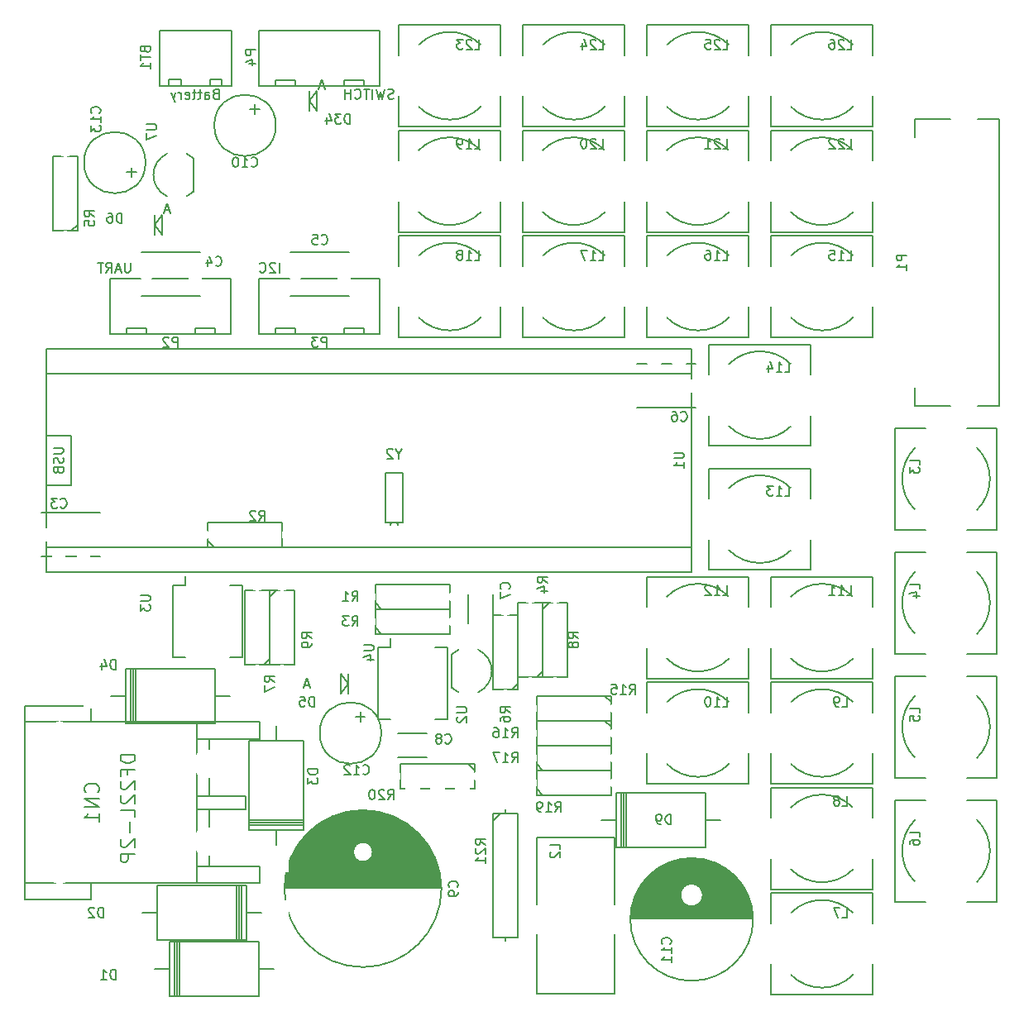
<source format=gbo>
G04 #@! TF.FileFunction,Legend,Bot*
%FSLAX46Y46*%
G04 Gerber Fmt 4.6, Leading zero omitted, Abs format (unit mm)*
G04 Created by KiCad (PCBNEW 4.0.0-rc1-stable) date 2015/09/16 10:56:13*
%MOMM*%
G01*
G04 APERTURE LIST*
%ADD10C,0.100000*%
%ADD11C,0.150000*%
%ADD12R,1.524000X1.524000*%
%ADD13C,1.524000*%
%ADD14R,1.400000X1.400000*%
%ADD15C,1.400000*%
%ADD16R,1.300000X1.300000*%
%ADD17C,1.300000*%
%ADD18C,1.501140*%
%ADD19C,1.700000*%
%ADD20R,1.700000X1.700000*%
%ADD21C,3.000000*%
%ADD22C,2.540000*%
%ADD23R,2.540000X2.540000*%
%ADD24C,1.998980*%
%ADD25R,1.998980X1.998980*%
%ADD26R,3.600000X2.700000*%
%ADD27R,2.700000X3.600000*%
%ADD28R,1.800000X1.750000*%
%ADD29R,1.600000X0.600000*%
%ADD30O,1.699260X3.500120*%
%ADD31C,3.799840*%
%ADD32C,1.397000*%
%ADD33C,1.778000*%
%ADD34O,1.600000X1.600000*%
%ADD35C,1.000760*%
%ADD36C,2.000000*%
%ADD37R,2.000000X2.000000*%
%ADD38C,1.800000*%
%ADD39R,1.800000X1.800000*%
G04 APERTURE END LIST*
D10*
D11*
X1270000Y46355000D02*
X1270000Y64135000D01*
X67310000Y46355000D02*
X67310000Y64135000D01*
X1270000Y57785000D02*
X3810000Y57785000D01*
X3810000Y57785000D02*
X3810000Y52705000D01*
X3810000Y52705000D02*
X1270000Y52705000D01*
X67310000Y64135000D02*
X1270000Y64135000D01*
X1270000Y64135000D02*
X1270000Y66675000D01*
X1270000Y66675000D02*
X67310000Y66675000D01*
X67310000Y66675000D02*
X67310000Y64135000D01*
X67310000Y43815000D02*
X1270000Y43815000D01*
X1270000Y43815000D02*
X1270000Y46355000D01*
X1270000Y46355000D02*
X67310000Y46355000D01*
X67310000Y46355000D02*
X67310000Y43815000D01*
X770000Y45375000D02*
X6770000Y45375000D01*
X6770000Y49875000D02*
X770000Y49875000D01*
X17010000Y76545000D02*
X11010000Y76545000D01*
X11010000Y72045000D02*
X17010000Y72045000D01*
X32250000Y76545000D02*
X26250000Y76545000D01*
X26250000Y72045000D02*
X32250000Y72045000D01*
X61730000Y60615000D02*
X67730000Y60615000D01*
X67730000Y65115000D02*
X61730000Y65115000D01*
X44470000Y41525000D02*
X44470000Y38525000D01*
X46970000Y38525000D02*
X46970000Y41525000D01*
X37215000Y24785000D02*
X40215000Y24785000D01*
X40215000Y27285000D02*
X37215000Y27285000D01*
X41655000Y11445000D02*
X25655000Y11445000D01*
X41652000Y11585000D02*
X25658000Y11585000D01*
X41647000Y11725000D02*
X25663000Y11725000D01*
X41640000Y11865000D02*
X25670000Y11865000D01*
X41630000Y12005000D02*
X25680000Y12005000D01*
X41617000Y12145000D02*
X25693000Y12145000D01*
X41603000Y12285000D02*
X25707000Y12285000D01*
X41585000Y12425000D02*
X25725000Y12425000D01*
X41565000Y12565000D02*
X25745000Y12565000D01*
X41543000Y12705000D02*
X25767000Y12705000D01*
X41518000Y12845000D02*
X25792000Y12845000D01*
X41490000Y12985000D02*
X25820000Y12985000D01*
X41460000Y13125000D02*
X25850000Y13125000D01*
X41427000Y13265000D02*
X25883000Y13265000D01*
X41392000Y13405000D02*
X25918000Y13405000D01*
X41354000Y13545000D02*
X25956000Y13545000D01*
X41313000Y13685000D02*
X25997000Y13685000D01*
X41269000Y13825000D02*
X26041000Y13825000D01*
X41222000Y13965000D02*
X26088000Y13965000D01*
X41173000Y14105000D02*
X26137000Y14105000D01*
X41121000Y14245000D02*
X34139000Y14245000D01*
X33171000Y14245000D02*
X26189000Y14245000D01*
X41065000Y14385000D02*
X34333000Y14385000D01*
X32977000Y14385000D02*
X26245000Y14385000D01*
X41007000Y14525000D02*
X34459000Y14525000D01*
X32851000Y14525000D02*
X26303000Y14525000D01*
X40945000Y14665000D02*
X34545000Y14665000D01*
X32765000Y14665000D02*
X26365000Y14665000D01*
X40880000Y14805000D02*
X34604000Y14805000D01*
X32706000Y14805000D02*
X26430000Y14805000D01*
X40812000Y14945000D02*
X34640000Y14945000D01*
X32670000Y14945000D02*
X26498000Y14945000D01*
X40740000Y15085000D02*
X34654000Y15085000D01*
X32656000Y15085000D02*
X26570000Y15085000D01*
X40665000Y15225000D02*
X34649000Y15225000D01*
X32661000Y15225000D02*
X26645000Y15225000D01*
X40586000Y15365000D02*
X34625000Y15365000D01*
X32685000Y15365000D02*
X26724000Y15365000D01*
X40503000Y15505000D02*
X34578000Y15505000D01*
X32732000Y15505000D02*
X26807000Y15505000D01*
X40417000Y15645000D02*
X34506000Y15645000D01*
X32804000Y15645000D02*
X26893000Y15645000D01*
X40326000Y15785000D02*
X34402000Y15785000D01*
X32908000Y15785000D02*
X26984000Y15785000D01*
X40232000Y15925000D02*
X34248000Y15925000D01*
X33062000Y15925000D02*
X27078000Y15925000D01*
X40132000Y16065000D02*
X33982000Y16065000D01*
X33328000Y16065000D02*
X27178000Y16065000D01*
X40029000Y16205000D02*
X27281000Y16205000D01*
X39920000Y16345000D02*
X27390000Y16345000D01*
X39806000Y16485000D02*
X27504000Y16485000D01*
X39687000Y16625000D02*
X27623000Y16625000D01*
X39562000Y16765000D02*
X27748000Y16765000D01*
X39431000Y16905000D02*
X27879000Y16905000D01*
X39294000Y17045000D02*
X28016000Y17045000D01*
X39149000Y17185000D02*
X28161000Y17185000D01*
X38997000Y17325000D02*
X28313000Y17325000D01*
X38837000Y17465000D02*
X28473000Y17465000D01*
X38667000Y17605000D02*
X28643000Y17605000D01*
X38488000Y17745000D02*
X28822000Y17745000D01*
X38298000Y17885000D02*
X29012000Y17885000D01*
X38095000Y18025000D02*
X29215000Y18025000D01*
X37877000Y18165000D02*
X29433000Y18165000D01*
X37643000Y18305000D02*
X29667000Y18305000D01*
X37389000Y18445000D02*
X29921000Y18445000D01*
X37111000Y18585000D02*
X30199000Y18585000D01*
X36802000Y18725000D02*
X30508000Y18725000D01*
X36452000Y18865000D02*
X30858000Y18865000D01*
X36044000Y19005000D02*
X31266000Y19005000D01*
X35539000Y19145000D02*
X31771000Y19145000D01*
X34818000Y19285000D02*
X32492000Y19285000D01*
X34655000Y15120000D02*
G75*
G03X34655000Y15120000I-1000000J0D01*
G01*
X41692500Y11370000D02*
G75*
G03X41692500Y11370000I-8037500J0D01*
G01*
X22590760Y91234260D02*
X22090380Y91234260D01*
X22590760Y91234260D02*
X22590760Y91734640D01*
X23091140Y91234260D02*
X22590760Y91234260D01*
X22590760Y91234260D02*
X22590760Y90835480D01*
X22590760Y90835480D02*
X22590760Y90733880D01*
X24739600Y89535000D02*
G75*
G03X24739600Y89535000I-3149600J0D01*
G01*
X73560000Y8290000D02*
X61060000Y8290000D01*
X73556000Y8430000D02*
X61064000Y8430000D01*
X73550000Y8570000D02*
X61070000Y8570000D01*
X73540000Y8710000D02*
X61080000Y8710000D01*
X73528000Y8850000D02*
X61092000Y8850000D01*
X73512000Y8990000D02*
X61108000Y8990000D01*
X73493000Y9130000D02*
X61127000Y9130000D01*
X73470000Y9270000D02*
X61150000Y9270000D01*
X73445000Y9410000D02*
X61175000Y9410000D01*
X73416000Y9550000D02*
X61204000Y9550000D01*
X73383000Y9690000D02*
X67831000Y9690000D01*
X66789000Y9690000D02*
X61237000Y9690000D01*
X73348000Y9830000D02*
X68044000Y9830000D01*
X66576000Y9830000D02*
X61272000Y9830000D01*
X73309000Y9970000D02*
X68186000Y9970000D01*
X66434000Y9970000D02*
X61311000Y9970000D01*
X73266000Y10110000D02*
X68288000Y10110000D01*
X66332000Y10110000D02*
X61354000Y10110000D01*
X73219000Y10250000D02*
X68362000Y10250000D01*
X66258000Y10250000D02*
X61401000Y10250000D01*
X73169000Y10390000D02*
X68413000Y10390000D01*
X66207000Y10390000D02*
X61451000Y10390000D01*
X73115000Y10530000D02*
X68445000Y10530000D01*
X66175000Y10530000D02*
X61505000Y10530000D01*
X73058000Y10670000D02*
X68459000Y10670000D01*
X66161000Y10670000D02*
X61562000Y10670000D01*
X72996000Y10810000D02*
X68456000Y10810000D01*
X66164000Y10810000D02*
X61624000Y10810000D01*
X72930000Y10950000D02*
X68436000Y10950000D01*
X66184000Y10950000D02*
X61690000Y10950000D01*
X72859000Y11090000D02*
X68397000Y11090000D01*
X66223000Y11090000D02*
X61761000Y11090000D01*
X72785000Y11230000D02*
X68338000Y11230000D01*
X66282000Y11230000D02*
X61835000Y11230000D01*
X72705000Y11370000D02*
X68255000Y11370000D01*
X66365000Y11370000D02*
X61915000Y11370000D01*
X72621000Y11510000D02*
X68141000Y11510000D01*
X66479000Y11510000D02*
X61999000Y11510000D01*
X72531000Y11650000D02*
X67980000Y11650000D01*
X66640000Y11650000D02*
X62089000Y11650000D01*
X72437000Y11790000D02*
X67719000Y11790000D01*
X66901000Y11790000D02*
X62183000Y11790000D01*
X72336000Y11930000D02*
X62284000Y11930000D01*
X72229000Y12070000D02*
X62391000Y12070000D01*
X72117000Y12210000D02*
X62503000Y12210000D01*
X71997000Y12350000D02*
X62623000Y12350000D01*
X71869000Y12490000D02*
X62751000Y12490000D01*
X71734000Y12630000D02*
X62886000Y12630000D01*
X71590000Y12770000D02*
X63030000Y12770000D01*
X71435000Y12910000D02*
X63185000Y12910000D01*
X71270000Y13050000D02*
X63350000Y13050000D01*
X71093000Y13190000D02*
X63527000Y13190000D01*
X70902000Y13330000D02*
X63718000Y13330000D01*
X70693000Y13470000D02*
X63927000Y13470000D01*
X70465000Y13610000D02*
X64155000Y13610000D01*
X70213000Y13750000D02*
X64407000Y13750000D01*
X69929000Y13890000D02*
X64691000Y13890000D01*
X69601000Y14030000D02*
X65019000Y14030000D01*
X69207000Y14170000D02*
X65413000Y14170000D01*
X68693000Y14310000D02*
X65927000Y14310000D01*
X67743000Y14450000D02*
X66877000Y14450000D01*
X68460000Y10715000D02*
G75*
G03X68460000Y10715000I-1150000J0D01*
G01*
X73597500Y8215000D02*
G75*
G03X73597500Y8215000I-6287500J0D01*
G01*
X33385760Y29004260D02*
X32885380Y29004260D01*
X33385760Y29004260D02*
X33385760Y29504640D01*
X33886140Y29004260D02*
X33385760Y29004260D01*
X33385760Y29004260D02*
X33385760Y28605480D01*
X33385760Y28605480D02*
X33385760Y28503880D01*
X35534600Y27305000D02*
G75*
G03X35534600Y27305000I-3149600J0D01*
G01*
X9954260Y84724240D02*
X9954260Y85224620D01*
X9954260Y84724240D02*
X10454640Y84724240D01*
X9954260Y84223860D02*
X9954260Y84724240D01*
X9954260Y84724240D02*
X9555480Y84724240D01*
X9555480Y84724240D02*
X9453880Y84724240D01*
X11404600Y85725000D02*
G75*
G03X11404600Y85725000I-3149600J0D01*
G01*
X17930000Y19470000D02*
X16680000Y19470000D01*
X17940000Y20870000D02*
X16680000Y20870000D01*
X17930000Y19470000D02*
X17930000Y16960000D01*
X17940000Y20870000D02*
X17940000Y23380000D01*
X17940000Y20870000D02*
X21650000Y20870000D01*
X21650000Y20870000D02*
X21650000Y19470000D01*
X21650000Y19470000D02*
X17930000Y19470000D01*
X5780000Y30070000D02*
X-920000Y30070000D01*
X5780000Y10270000D02*
X-920000Y10270000D01*
X5780000Y11920000D02*
X5780000Y10270000D01*
X23090000Y11920000D02*
X23090000Y13620000D01*
X23090000Y26720000D02*
X23090000Y28420000D01*
X5780000Y28420000D02*
X5780000Y30070000D01*
X17940000Y15460000D02*
X17940000Y13620000D01*
X17780000Y13620000D02*
X23090000Y13620000D01*
X17780000Y13620000D02*
X16680000Y13620000D01*
X16680000Y20170000D02*
X16680000Y11920000D01*
X2580000Y11920000D02*
X23090000Y11920000D01*
X2580000Y11920000D02*
X-920000Y11920000D01*
X17780000Y15460000D02*
X17930000Y15460000D01*
X17780000Y23380000D02*
X17930000Y23380000D01*
X17930000Y16960000D02*
X17780000Y16960000D01*
X17780000Y24880000D02*
X17930000Y24880000D01*
X17930000Y24880000D02*
X17930000Y26720000D01*
X17780000Y15460000D02*
X17780000Y16960000D01*
X17780000Y23380000D02*
X17780000Y24880000D01*
X16680000Y20170000D02*
X16680000Y28420000D01*
X16680000Y26720000D02*
X23090000Y26720000D01*
X17780000Y28420000D02*
X23080000Y28420000D01*
X17780000Y28420000D02*
X-920000Y28420000D01*
X17780000Y15460000D02*
X16680000Y15460000D01*
X17780000Y16960000D02*
X16680000Y16960000D01*
X17780000Y23380000D02*
X16680000Y23380000D01*
X17780000Y24880000D02*
X16680000Y24880000D01*
X-920000Y30070000D02*
X-920000Y10270000D01*
X12571780Y8892960D02*
X11047780Y8892960D01*
X21715780Y8892960D02*
X23239780Y8892960D01*
X20699780Y11686960D02*
X20699780Y6098960D01*
X20953780Y11686960D02*
X20953780Y6098960D01*
X21207780Y11686960D02*
X21207780Y6098960D01*
X21715780Y6098960D02*
X21715780Y11686960D01*
X21715780Y11686960D02*
X12571780Y11686960D01*
X12571780Y11686960D02*
X12571780Y6098960D01*
X12571780Y6098960D02*
X21715780Y6098960D01*
X22988220Y3172040D02*
X24512220Y3172040D01*
X13844220Y3172040D02*
X12320220Y3172040D01*
X14860220Y378040D02*
X14860220Y5966040D01*
X14606220Y378040D02*
X14606220Y5966040D01*
X14352220Y378040D02*
X14352220Y5966040D01*
X13844220Y5966040D02*
X13844220Y378040D01*
X13844220Y378040D02*
X22988220Y378040D01*
X22988220Y378040D02*
X22988220Y5966040D01*
X22988220Y5966040D02*
X13844220Y5966040D01*
X24767960Y26481220D02*
X24767960Y28005220D01*
X24767960Y17337220D02*
X24767960Y15813220D01*
X27561960Y18353220D02*
X21973960Y18353220D01*
X27561960Y18099220D02*
X21973960Y18099220D01*
X27561960Y17845220D02*
X21973960Y17845220D01*
X21973960Y17337220D02*
X27561960Y17337220D01*
X27561960Y17337220D02*
X27561960Y26481220D01*
X27561960Y26481220D02*
X21973960Y26481220D01*
X21973960Y26481220D02*
X21973960Y17337220D01*
X18543220Y31112040D02*
X20067220Y31112040D01*
X9399220Y31112040D02*
X7875220Y31112040D01*
X10415220Y28318040D02*
X10415220Y33906040D01*
X10161220Y28318040D02*
X10161220Y33906040D01*
X9907220Y28318040D02*
X9907220Y33906040D01*
X9399220Y33906040D02*
X9399220Y28318040D01*
X9399220Y28318040D02*
X18543220Y28318040D01*
X18543220Y28318040D02*
X18543220Y33906040D01*
X18543220Y33906040D02*
X9399220Y33906040D01*
X32131000Y32385000D02*
X31369000Y31369000D01*
X32131000Y32385000D02*
X31369000Y33401000D01*
X32131000Y33401000D02*
X32131000Y31369000D01*
X31369000Y33401000D02*
X31369000Y31369000D01*
X12319000Y79375000D02*
X13081000Y80391000D01*
X12319000Y79375000D02*
X13081000Y78359000D01*
X12319000Y78359000D02*
X12319000Y80391000D01*
X13081000Y78359000D02*
X13081000Y80391000D01*
X68708220Y18412040D02*
X70232220Y18412040D01*
X59564220Y18412040D02*
X58040220Y18412040D01*
X60580220Y15618040D02*
X60580220Y21206040D01*
X60326220Y15618040D02*
X60326220Y21206040D01*
X60072220Y15618040D02*
X60072220Y21206040D01*
X59564220Y21206040D02*
X59564220Y15618040D01*
X59564220Y15618040D02*
X68708220Y15618040D01*
X68708220Y15618040D02*
X68708220Y21206040D01*
X68708220Y21206040D02*
X59564220Y21206040D01*
X28194000Y92075000D02*
X28956000Y93091000D01*
X28194000Y92075000D02*
X28956000Y91059000D01*
X28194000Y91059000D02*
X28194000Y93091000D01*
X28956000Y91059000D02*
X28956000Y93091000D01*
X51435000Y16637000D02*
X51435000Y9779000D01*
X51435000Y635000D02*
X51435000Y6731000D01*
X59436000Y6731000D02*
X59436000Y635000D01*
X59436000Y16637000D02*
X59436000Y9779000D01*
X51435000Y16637000D02*
X59436000Y16637000D01*
X59436000Y635000D02*
X51435000Y635000D01*
X90170000Y50165000D02*
G75*
G02X90170000Y56515000I3175000J3175000D01*
G01*
X96520000Y56515000D02*
G75*
G02X96520000Y50165000I-3175000J-3175000D01*
G01*
X98545000Y58540000D02*
X95445000Y58540000D01*
X98545000Y48140000D02*
X95445000Y48140000D01*
X88145000Y58540000D02*
X91245000Y58540000D01*
X88145000Y48140000D02*
X91245000Y48140000D01*
X98545000Y48140000D02*
X98545000Y58540000D01*
X88145000Y48140000D02*
X88145000Y58540000D01*
X90170000Y37465000D02*
G75*
G02X90170000Y43815000I3175000J3175000D01*
G01*
X96520000Y43815000D02*
G75*
G02X96520000Y37465000I-3175000J-3175000D01*
G01*
X98545000Y45840000D02*
X95445000Y45840000D01*
X98545000Y35440000D02*
X95445000Y35440000D01*
X88145000Y45840000D02*
X91245000Y45840000D01*
X88145000Y35440000D02*
X91245000Y35440000D01*
X98545000Y35440000D02*
X98545000Y45840000D01*
X88145000Y35440000D02*
X88145000Y45840000D01*
X90170000Y24765000D02*
G75*
G02X90170000Y31115000I3175000J3175000D01*
G01*
X96520000Y31115000D02*
G75*
G02X96520000Y24765000I-3175000J-3175000D01*
G01*
X98545000Y33140000D02*
X95445000Y33140000D01*
X98545000Y22740000D02*
X95445000Y22740000D01*
X88145000Y33140000D02*
X91245000Y33140000D01*
X88145000Y22740000D02*
X91245000Y22740000D01*
X98545000Y22740000D02*
X98545000Y33140000D01*
X88145000Y22740000D02*
X88145000Y33140000D01*
X90170000Y12065000D02*
G75*
G02X90170000Y18415000I3175000J3175000D01*
G01*
X96520000Y18415000D02*
G75*
G02X96520000Y12065000I-3175000J-3175000D01*
G01*
X98545000Y20440000D02*
X95445000Y20440000D01*
X98545000Y10040000D02*
X95445000Y10040000D01*
X88145000Y20440000D02*
X91245000Y20440000D01*
X88145000Y10040000D02*
X91245000Y10040000D01*
X98545000Y10040000D02*
X98545000Y20440000D01*
X88145000Y10040000D02*
X88145000Y20440000D01*
X77470000Y8890000D02*
G75*
G02X83820000Y8890000I3175000J-3175000D01*
G01*
X83820000Y2540000D02*
G75*
G02X77470000Y2540000I-3175000J3175000D01*
G01*
X85845000Y515000D02*
X85845000Y3615000D01*
X75445000Y515000D02*
X75445000Y3615000D01*
X85845000Y10915000D02*
X85845000Y7815000D01*
X75445000Y10915000D02*
X75445000Y7815000D01*
X75445000Y515000D02*
X85845000Y515000D01*
X75445000Y10915000D02*
X85845000Y10915000D01*
X77470000Y19685000D02*
G75*
G02X83820000Y19685000I3175000J-3175000D01*
G01*
X83820000Y13335000D02*
G75*
G02X77470000Y13335000I-3175000J3175000D01*
G01*
X85845000Y11310000D02*
X85845000Y14410000D01*
X75445000Y11310000D02*
X75445000Y14410000D01*
X85845000Y21710000D02*
X85845000Y18610000D01*
X75445000Y21710000D02*
X75445000Y18610000D01*
X75445000Y11310000D02*
X85845000Y11310000D01*
X75445000Y21710000D02*
X85845000Y21710000D01*
X77470000Y30480000D02*
G75*
G02X83820000Y30480000I3175000J-3175000D01*
G01*
X83820000Y24130000D02*
G75*
G02X77470000Y24130000I-3175000J3175000D01*
G01*
X85845000Y22105000D02*
X85845000Y25205000D01*
X75445000Y22105000D02*
X75445000Y25205000D01*
X85845000Y32505000D02*
X85845000Y29405000D01*
X75445000Y32505000D02*
X75445000Y29405000D01*
X75445000Y22105000D02*
X85845000Y22105000D01*
X75445000Y32505000D02*
X85845000Y32505000D01*
X64770000Y30480000D02*
G75*
G02X71120000Y30480000I3175000J-3175000D01*
G01*
X71120000Y24130000D02*
G75*
G02X64770000Y24130000I-3175000J3175000D01*
G01*
X73145000Y22105000D02*
X73145000Y25205000D01*
X62745000Y22105000D02*
X62745000Y25205000D01*
X73145000Y32505000D02*
X73145000Y29405000D01*
X62745000Y32505000D02*
X62745000Y29405000D01*
X62745000Y22105000D02*
X73145000Y22105000D01*
X62745000Y32505000D02*
X73145000Y32505000D01*
X77470000Y41275000D02*
G75*
G02X83820000Y41275000I3175000J-3175000D01*
G01*
X83820000Y34925000D02*
G75*
G02X77470000Y34925000I-3175000J3175000D01*
G01*
X85845000Y32900000D02*
X85845000Y36000000D01*
X75445000Y32900000D02*
X75445000Y36000000D01*
X85845000Y43300000D02*
X85845000Y40200000D01*
X75445000Y43300000D02*
X75445000Y40200000D01*
X75445000Y32900000D02*
X85845000Y32900000D01*
X75445000Y43300000D02*
X85845000Y43300000D01*
X64770000Y41275000D02*
G75*
G02X71120000Y41275000I3175000J-3175000D01*
G01*
X71120000Y34925000D02*
G75*
G02X64770000Y34925000I-3175000J3175000D01*
G01*
X73145000Y32900000D02*
X73145000Y36000000D01*
X62745000Y32900000D02*
X62745000Y36000000D01*
X73145000Y43300000D02*
X73145000Y40200000D01*
X62745000Y43300000D02*
X62745000Y40200000D01*
X62745000Y32900000D02*
X73145000Y32900000D01*
X62745000Y43300000D02*
X73145000Y43300000D01*
X71120000Y52387000D02*
G75*
G02X77470000Y52387000I3175000J-3175000D01*
G01*
X77470000Y46037000D02*
G75*
G02X71120000Y46037000I-3175000J3175000D01*
G01*
X79495000Y44012000D02*
X79495000Y47112000D01*
X69095000Y44012000D02*
X69095000Y47112000D01*
X79495000Y54412000D02*
X79495000Y51312000D01*
X69095000Y54412000D02*
X69095000Y51312000D01*
X69095000Y44012000D02*
X79495000Y44012000D01*
X69095000Y54412000D02*
X79495000Y54412000D01*
X71120000Y65087000D02*
G75*
G02X77470000Y65087000I3175000J-3175000D01*
G01*
X77470000Y58737000D02*
G75*
G02X71120000Y58737000I-3175000J3175000D01*
G01*
X79495000Y56712000D02*
X79495000Y59812000D01*
X69095000Y56712000D02*
X69095000Y59812000D01*
X79495000Y67112000D02*
X79495000Y64012000D01*
X69095000Y67112000D02*
X69095000Y64012000D01*
X69095000Y56712000D02*
X79495000Y56712000D01*
X69095000Y67112000D02*
X79495000Y67112000D01*
X77470000Y76200000D02*
G75*
G02X83820000Y76200000I3175000J-3175000D01*
G01*
X83820000Y69850000D02*
G75*
G02X77470000Y69850000I-3175000J3175000D01*
G01*
X85845000Y67825000D02*
X85845000Y70925000D01*
X75445000Y67825000D02*
X75445000Y70925000D01*
X85845000Y78225000D02*
X85845000Y75125000D01*
X75445000Y78225000D02*
X75445000Y75125000D01*
X75445000Y67825000D02*
X85845000Y67825000D01*
X75445000Y78225000D02*
X85845000Y78225000D01*
X64770000Y76200000D02*
G75*
G02X71120000Y76200000I3175000J-3175000D01*
G01*
X71120000Y69850000D02*
G75*
G02X64770000Y69850000I-3175000J3175000D01*
G01*
X73145000Y67825000D02*
X73145000Y70925000D01*
X62745000Y67825000D02*
X62745000Y70925000D01*
X73145000Y78225000D02*
X73145000Y75125000D01*
X62745000Y78225000D02*
X62745000Y75125000D01*
X62745000Y67825000D02*
X73145000Y67825000D01*
X62745000Y78225000D02*
X73145000Y78225000D01*
X52070000Y76200000D02*
G75*
G02X58420000Y76200000I3175000J-3175000D01*
G01*
X58420000Y69850000D02*
G75*
G02X52070000Y69850000I-3175000J3175000D01*
G01*
X60445000Y67825000D02*
X60445000Y70925000D01*
X50045000Y67825000D02*
X50045000Y70925000D01*
X60445000Y78225000D02*
X60445000Y75125000D01*
X50045000Y78225000D02*
X50045000Y75125000D01*
X50045000Y67825000D02*
X60445000Y67825000D01*
X50045000Y78225000D02*
X60445000Y78225000D01*
X39370000Y76200000D02*
G75*
G02X45720000Y76200000I3175000J-3175000D01*
G01*
X45720000Y69850000D02*
G75*
G02X39370000Y69850000I-3175000J3175000D01*
G01*
X47745000Y67825000D02*
X47745000Y70925000D01*
X37345000Y67825000D02*
X37345000Y70925000D01*
X47745000Y78225000D02*
X47745000Y75125000D01*
X37345000Y78225000D02*
X37345000Y75125000D01*
X37345000Y67825000D02*
X47745000Y67825000D01*
X37345000Y78225000D02*
X47745000Y78225000D01*
X39370000Y86995000D02*
G75*
G02X45720000Y86995000I3175000J-3175000D01*
G01*
X45720000Y80645000D02*
G75*
G02X39370000Y80645000I-3175000J3175000D01*
G01*
X47745000Y78620000D02*
X47745000Y81720000D01*
X37345000Y78620000D02*
X37345000Y81720000D01*
X47745000Y89020000D02*
X47745000Y85920000D01*
X37345000Y89020000D02*
X37345000Y85920000D01*
X37345000Y78620000D02*
X47745000Y78620000D01*
X37345000Y89020000D02*
X47745000Y89020000D01*
X52070000Y86995000D02*
G75*
G02X58420000Y86995000I3175000J-3175000D01*
G01*
X58420000Y80645000D02*
G75*
G02X52070000Y80645000I-3175000J3175000D01*
G01*
X60445000Y78620000D02*
X60445000Y81720000D01*
X50045000Y78620000D02*
X50045000Y81720000D01*
X60445000Y89020000D02*
X60445000Y85920000D01*
X50045000Y89020000D02*
X50045000Y85920000D01*
X50045000Y78620000D02*
X60445000Y78620000D01*
X50045000Y89020000D02*
X60445000Y89020000D01*
X64770000Y86995000D02*
G75*
G02X71120000Y86995000I3175000J-3175000D01*
G01*
X71120000Y80645000D02*
G75*
G02X64770000Y80645000I-3175000J3175000D01*
G01*
X73145000Y78620000D02*
X73145000Y81720000D01*
X62745000Y78620000D02*
X62745000Y81720000D01*
X73145000Y89020000D02*
X73145000Y85920000D01*
X62745000Y89020000D02*
X62745000Y85920000D01*
X62745000Y78620000D02*
X73145000Y78620000D01*
X62745000Y89020000D02*
X73145000Y89020000D01*
X77470000Y86995000D02*
G75*
G02X83820000Y86995000I3175000J-3175000D01*
G01*
X83820000Y80645000D02*
G75*
G02X77470000Y80645000I-3175000J3175000D01*
G01*
X85845000Y78620000D02*
X85845000Y81720000D01*
X75445000Y78620000D02*
X75445000Y81720000D01*
X85845000Y89020000D02*
X85845000Y85920000D01*
X75445000Y89020000D02*
X75445000Y85920000D01*
X75445000Y78620000D02*
X85845000Y78620000D01*
X75445000Y89020000D02*
X85845000Y89020000D01*
X39370000Y97790000D02*
G75*
G02X45720000Y97790000I3175000J-3175000D01*
G01*
X45720000Y91440000D02*
G75*
G02X39370000Y91440000I-3175000J3175000D01*
G01*
X47745000Y89415000D02*
X47745000Y92515000D01*
X37345000Y89415000D02*
X37345000Y92515000D01*
X47745000Y99815000D02*
X47745000Y96715000D01*
X37345000Y99815000D02*
X37345000Y96715000D01*
X37345000Y89415000D02*
X47745000Y89415000D01*
X37345000Y99815000D02*
X47745000Y99815000D01*
X52070000Y97790000D02*
G75*
G02X58420000Y97790000I3175000J-3175000D01*
G01*
X58420000Y91440000D02*
G75*
G02X52070000Y91440000I-3175000J3175000D01*
G01*
X60445000Y89415000D02*
X60445000Y92515000D01*
X50045000Y89415000D02*
X50045000Y92515000D01*
X60445000Y99815000D02*
X60445000Y96715000D01*
X50045000Y99815000D02*
X50045000Y96715000D01*
X50045000Y89415000D02*
X60445000Y89415000D01*
X50045000Y99815000D02*
X60445000Y99815000D01*
X64770000Y97790000D02*
G75*
G02X71120000Y97790000I3175000J-3175000D01*
G01*
X71120000Y91440000D02*
G75*
G02X64770000Y91440000I-3175000J3175000D01*
G01*
X73145000Y89415000D02*
X73145000Y92515000D01*
X62745000Y89415000D02*
X62745000Y92515000D01*
X73145000Y99815000D02*
X73145000Y96715000D01*
X62745000Y99815000D02*
X62745000Y96715000D01*
X62745000Y89415000D02*
X73145000Y89415000D01*
X62745000Y99815000D02*
X73145000Y99815000D01*
X77470000Y97790000D02*
G75*
G02X83820000Y97790000I3175000J-3175000D01*
G01*
X83820000Y91440000D02*
G75*
G02X77470000Y91440000I-3175000J3175000D01*
G01*
X85845000Y89415000D02*
X85845000Y92515000D01*
X75445000Y89415000D02*
X75445000Y92515000D01*
X85845000Y99815000D02*
X85845000Y96715000D01*
X75445000Y99815000D02*
X75445000Y96715000D01*
X75445000Y89415000D02*
X85845000Y89415000D01*
X75445000Y99815000D02*
X85845000Y99815000D01*
X90150000Y88300000D02*
X90150000Y90175000D01*
X96600000Y90175000D02*
X98810000Y90175000D01*
X96600000Y60825000D02*
X98810000Y60825000D01*
X90150000Y90175000D02*
X93800000Y90175000D01*
X98810000Y60825000D02*
X98810000Y90175000D01*
X90150000Y60825000D02*
X90150000Y62700000D01*
X90150000Y60825000D02*
X93800000Y60825000D01*
X34925000Y40640000D02*
X34925000Y42545000D01*
X34925000Y42545000D02*
X42545000Y42545000D01*
X42545000Y42545000D02*
X42545000Y40005000D01*
X42545000Y40005000D02*
X34925000Y40005000D01*
X34925000Y40005000D02*
X34925000Y40640000D01*
X34290000Y41275000D02*
X34925000Y41275000D01*
X42545000Y41275000D02*
X43180000Y41275000D01*
X34925000Y40640000D02*
X35560000Y40005000D01*
X17780000Y46990000D02*
X17780000Y48895000D01*
X17780000Y48895000D02*
X25400000Y48895000D01*
X25400000Y48895000D02*
X25400000Y46355000D01*
X25400000Y46355000D02*
X17780000Y46355000D01*
X17780000Y46355000D02*
X17780000Y46990000D01*
X17145000Y47625000D02*
X17780000Y47625000D01*
X25400000Y47625000D02*
X26035000Y47625000D01*
X17780000Y46990000D02*
X18415000Y46355000D01*
X34925000Y38100000D02*
X34925000Y40005000D01*
X34925000Y40005000D02*
X42545000Y40005000D01*
X42545000Y40005000D02*
X42545000Y37465000D01*
X42545000Y37465000D02*
X34925000Y37465000D01*
X34925000Y37465000D02*
X34925000Y38100000D01*
X34290000Y38735000D02*
X34925000Y38735000D01*
X42545000Y38735000D02*
X43180000Y38735000D01*
X34925000Y38100000D02*
X35560000Y37465000D01*
X51435000Y33020000D02*
X49530000Y33020000D01*
X49530000Y33020000D02*
X49530000Y40640000D01*
X49530000Y40640000D02*
X52070000Y40640000D01*
X52070000Y40640000D02*
X52070000Y33020000D01*
X52070000Y33020000D02*
X51435000Y33020000D01*
X50800000Y32385000D02*
X50800000Y33020000D01*
X50800000Y40640000D02*
X50800000Y41275000D01*
X51435000Y33020000D02*
X52070000Y33655000D01*
X3810000Y78740000D02*
X1905000Y78740000D01*
X1905000Y78740000D02*
X1905000Y86360000D01*
X1905000Y86360000D02*
X4445000Y86360000D01*
X4445000Y86360000D02*
X4445000Y78740000D01*
X4445000Y78740000D02*
X3810000Y78740000D01*
X3175000Y78105000D02*
X3175000Y78740000D01*
X3175000Y86360000D02*
X3175000Y86995000D01*
X3810000Y78740000D02*
X4445000Y79375000D01*
X48895000Y31750000D02*
X46990000Y31750000D01*
X46990000Y31750000D02*
X46990000Y39370000D01*
X46990000Y39370000D02*
X49530000Y39370000D01*
X49530000Y39370000D02*
X49530000Y31750000D01*
X49530000Y31750000D02*
X48895000Y31750000D01*
X48260000Y31115000D02*
X48260000Y31750000D01*
X48260000Y39370000D02*
X48260000Y40005000D01*
X48895000Y31750000D02*
X49530000Y32385000D01*
X23495000Y34290000D02*
X21590000Y34290000D01*
X21590000Y34290000D02*
X21590000Y41910000D01*
X21590000Y41910000D02*
X24130000Y41910000D01*
X24130000Y41910000D02*
X24130000Y34290000D01*
X24130000Y34290000D02*
X23495000Y34290000D01*
X22860000Y33655000D02*
X22860000Y34290000D01*
X22860000Y41910000D02*
X22860000Y42545000D01*
X23495000Y34290000D02*
X24130000Y34925000D01*
X52705000Y40640000D02*
X54610000Y40640000D01*
X54610000Y40640000D02*
X54610000Y33020000D01*
X54610000Y33020000D02*
X52070000Y33020000D01*
X52070000Y33020000D02*
X52070000Y40640000D01*
X52070000Y40640000D02*
X52705000Y40640000D01*
X53340000Y41275000D02*
X53340000Y40640000D01*
X53340000Y33020000D02*
X53340000Y32385000D01*
X52705000Y40640000D02*
X52070000Y40005000D01*
X24765000Y41910000D02*
X26670000Y41910000D01*
X26670000Y41910000D02*
X26670000Y34290000D01*
X26670000Y34290000D02*
X24130000Y34290000D01*
X24130000Y34290000D02*
X24130000Y41910000D01*
X24130000Y41910000D02*
X24765000Y41910000D01*
X25400000Y42545000D02*
X25400000Y41910000D01*
X25400000Y34290000D02*
X25400000Y33655000D01*
X24765000Y41910000D02*
X24130000Y41275000D01*
X59055000Y30480000D02*
X59055000Y28575000D01*
X59055000Y28575000D02*
X51435000Y28575000D01*
X51435000Y28575000D02*
X51435000Y31115000D01*
X51435000Y31115000D02*
X59055000Y31115000D01*
X59055000Y31115000D02*
X59055000Y30480000D01*
X59690000Y29845000D02*
X59055000Y29845000D01*
X51435000Y29845000D02*
X50800000Y29845000D01*
X59055000Y30480000D02*
X58420000Y31115000D01*
X59055000Y27940000D02*
X59055000Y26035000D01*
X59055000Y26035000D02*
X51435000Y26035000D01*
X51435000Y26035000D02*
X51435000Y28575000D01*
X51435000Y28575000D02*
X59055000Y28575000D01*
X59055000Y28575000D02*
X59055000Y27940000D01*
X59690000Y27305000D02*
X59055000Y27305000D01*
X51435000Y27305000D02*
X50800000Y27305000D01*
X59055000Y27940000D02*
X58420000Y28575000D01*
X51435000Y24130000D02*
X51435000Y26035000D01*
X51435000Y26035000D02*
X59055000Y26035000D01*
X59055000Y26035000D02*
X59055000Y23495000D01*
X59055000Y23495000D02*
X51435000Y23495000D01*
X51435000Y23495000D02*
X51435000Y24130000D01*
X50800000Y24765000D02*
X51435000Y24765000D01*
X59055000Y24765000D02*
X59690000Y24765000D01*
X51435000Y24130000D02*
X52070000Y23495000D01*
X51435000Y21590000D02*
X51435000Y23495000D01*
X51435000Y23495000D02*
X59055000Y23495000D01*
X59055000Y23495000D02*
X59055000Y20955000D01*
X59055000Y20955000D02*
X51435000Y20955000D01*
X51435000Y20955000D02*
X51435000Y21590000D01*
X50800000Y22225000D02*
X51435000Y22225000D01*
X59055000Y22225000D02*
X59690000Y22225000D01*
X51435000Y21590000D02*
X52070000Y20955000D01*
X45085000Y23495000D02*
X45085000Y21590000D01*
X45085000Y21590000D02*
X37465000Y21590000D01*
X37465000Y21590000D02*
X37465000Y24130000D01*
X37465000Y24130000D02*
X45085000Y24130000D01*
X45085000Y24130000D02*
X45085000Y23495000D01*
X45720000Y22860000D02*
X45085000Y22860000D01*
X37465000Y22860000D02*
X36830000Y22860000D01*
X45085000Y23495000D02*
X44450000Y24130000D01*
X46990000Y19050000D02*
X46990000Y6350000D01*
X46990000Y6350000D02*
X49530000Y6350000D01*
X49530000Y6350000D02*
X49530000Y19050000D01*
X48260000Y6350000D02*
X48260000Y5080000D01*
X48260000Y20320000D02*
X48260000Y19050000D01*
X47752000Y19050000D02*
X46990000Y18288000D01*
X46990000Y19050000D02*
X49530000Y19050000D01*
X43453010Y31467305D02*
G75*
G02X42750000Y31955000I996990J2187695D01*
G01*
X43453010Y35842695D02*
G75*
G03X42750000Y35355000I996990J-2187695D01*
G01*
X42750000Y31955000D02*
X42750000Y35355000D01*
X45443127Y31470121D02*
G75*
G03X46850000Y33655000I-993127J2184879D01*
G01*
X45443127Y35839879D02*
G75*
G02X46850000Y33655000I-993127J-2184879D01*
G01*
X14215000Y42410000D02*
X15485000Y42410000D01*
X14215000Y35060000D02*
X15485000Y35060000D01*
X21345000Y35060000D02*
X20075000Y35060000D01*
X21345000Y42410000D02*
X20075000Y42410000D01*
X14215000Y42410000D02*
X14215000Y35060000D01*
X21345000Y42410000D02*
X21345000Y35060000D01*
X15485000Y42410000D02*
X15485000Y43345000D01*
X35170000Y36060000D02*
X36440000Y36060000D01*
X35170000Y28710000D02*
X36440000Y28710000D01*
X42300000Y28710000D02*
X41030000Y28710000D01*
X42300000Y36060000D02*
X41030000Y36060000D01*
X35170000Y36060000D02*
X35170000Y28710000D01*
X42300000Y36060000D02*
X42300000Y28710000D01*
X36440000Y36060000D02*
X36440000Y36995000D01*
X15601990Y86642695D02*
G75*
G02X16305000Y86155000I-996990J-2187695D01*
G01*
X15601990Y82267305D02*
G75*
G03X16305000Y82755000I-996990J2187695D01*
G01*
X16305000Y86155000D02*
X16305000Y82755000D01*
X13611873Y86639879D02*
G75*
G03X12205000Y84455000I993127J-2184879D01*
G01*
X13611873Y82270121D02*
G75*
G02X12205000Y84455000I993127J2184879D01*
G01*
X37129720Y48874680D02*
X37228780Y48574960D01*
X36530280Y48874680D02*
X36431220Y48574960D01*
X35930840Y48874680D02*
X35930840Y53924200D01*
X35930840Y53924200D02*
X37729160Y53924200D01*
X37729160Y53924200D02*
X37729160Y48874680D01*
X35930840Y48874680D02*
X37729160Y48874680D01*
X13810000Y93535000D02*
X13810000Y94235000D01*
X13810000Y94235000D02*
X15010000Y94235000D01*
X15010000Y94235000D02*
X15010000Y93535000D01*
X19210000Y93535000D02*
X19210000Y94235000D01*
X19210000Y94235000D02*
X18010000Y94235000D01*
X18010000Y94235000D02*
X18010000Y93535000D01*
X16510000Y93535000D02*
X20210000Y93535000D01*
X20210000Y93535000D02*
X20210000Y99285000D01*
X20210000Y99285000D02*
X12810000Y99285000D01*
X12810000Y99285000D02*
X12810000Y93535000D01*
X12810000Y93535000D02*
X16520000Y93535000D01*
X9460000Y68135000D02*
X9460000Y68735000D01*
X9460000Y68735000D02*
X11460000Y68735000D01*
X11460000Y68735000D02*
X11460000Y68135000D01*
X7770000Y68135000D02*
X7770000Y73875000D01*
X13970000Y68135000D02*
X7770000Y68135000D01*
X18480000Y68135000D02*
X18480000Y68735000D01*
X18480000Y68735000D02*
X16480000Y68735000D01*
X16480000Y68735000D02*
X16480000Y68135000D01*
X13970000Y68135000D02*
X20170000Y68135000D01*
X20170000Y68135000D02*
X20170000Y73875000D01*
X20170000Y73875000D02*
X7770000Y73875000D01*
X24700000Y68135000D02*
X24700000Y68735000D01*
X24700000Y68735000D02*
X26700000Y68735000D01*
X26700000Y68735000D02*
X26700000Y68135000D01*
X23010000Y68135000D02*
X23010000Y73875000D01*
X29210000Y68135000D02*
X23010000Y68135000D01*
X33720000Y68135000D02*
X33720000Y68735000D01*
X33720000Y68735000D02*
X31720000Y68735000D01*
X31720000Y68735000D02*
X31720000Y68135000D01*
X29210000Y68135000D02*
X35410000Y68135000D01*
X35410000Y68135000D02*
X35410000Y73875000D01*
X35410000Y73875000D02*
X23010000Y73875000D01*
X24700000Y93535000D02*
X24700000Y94135000D01*
X24700000Y94135000D02*
X26700000Y94135000D01*
X26700000Y94135000D02*
X26700000Y93535000D01*
X23010000Y93535000D02*
X23010000Y99275000D01*
X29210000Y93535000D02*
X23010000Y93535000D01*
X33720000Y93535000D02*
X33720000Y94135000D01*
X33720000Y94135000D02*
X31720000Y94135000D01*
X31720000Y94135000D02*
X31720000Y93535000D01*
X29210000Y93535000D02*
X35410000Y93535000D01*
X35410000Y93535000D02*
X35410000Y99275000D01*
X35410000Y99275000D02*
X23010000Y99275000D01*
X65492381Y56006905D02*
X66301905Y56006905D01*
X66397143Y55959286D01*
X66444762Y55911667D01*
X66492381Y55816429D01*
X66492381Y55625952D01*
X66444762Y55530714D01*
X66397143Y55483095D01*
X66301905Y55435476D01*
X65492381Y55435476D01*
X66492381Y54435476D02*
X66492381Y55006905D01*
X66492381Y54721191D02*
X65492381Y54721191D01*
X65635238Y54816429D01*
X65730476Y54911667D01*
X65778095Y55006905D01*
X1992381Y56506905D02*
X2801905Y56506905D01*
X2897143Y56459286D01*
X2944762Y56411667D01*
X2992381Y56316429D01*
X2992381Y56125952D01*
X2944762Y56030714D01*
X2897143Y55983095D01*
X2801905Y55935476D01*
X1992381Y55935476D01*
X2944762Y55506905D02*
X2992381Y55364048D01*
X2992381Y55125952D01*
X2944762Y55030714D01*
X2897143Y54983095D01*
X2801905Y54935476D01*
X2706667Y54935476D01*
X2611429Y54983095D01*
X2563810Y55030714D01*
X2516190Y55125952D01*
X2468571Y55316429D01*
X2420952Y55411667D01*
X2373333Y55459286D01*
X2278095Y55506905D01*
X2182857Y55506905D01*
X2087619Y55459286D01*
X2040000Y55411667D01*
X1992381Y55316429D01*
X1992381Y55078333D01*
X2040000Y54935476D01*
X2468571Y54173571D02*
X2516190Y54030714D01*
X2563810Y53983095D01*
X2659048Y53935476D01*
X2801905Y53935476D01*
X2897143Y53983095D01*
X2944762Y54030714D01*
X2992381Y54125952D01*
X2992381Y54506905D01*
X1992381Y54506905D01*
X1992381Y54173571D01*
X2040000Y54078333D01*
X2087619Y54030714D01*
X2182857Y53983095D01*
X2278095Y53983095D01*
X2373333Y54030714D01*
X2420952Y54078333D01*
X2468571Y54173571D01*
X2468571Y54506905D01*
X2706666Y50442857D02*
X2754285Y50395238D01*
X2897142Y50347619D01*
X2992380Y50347619D01*
X3135238Y50395238D01*
X3230476Y50490476D01*
X3278095Y50585714D01*
X3325714Y50776190D01*
X3325714Y50919048D01*
X3278095Y51109524D01*
X3230476Y51204762D01*
X3135238Y51300000D01*
X2992380Y51347619D01*
X2897142Y51347619D01*
X2754285Y51300000D01*
X2706666Y51252381D01*
X2373333Y51347619D02*
X1754285Y51347619D01*
X2087619Y50966667D01*
X1944761Y50966667D01*
X1849523Y50919048D01*
X1801904Y50871429D01*
X1754285Y50776190D01*
X1754285Y50538095D01*
X1801904Y50442857D01*
X1849523Y50395238D01*
X1944761Y50347619D01*
X2230476Y50347619D01*
X2325714Y50395238D01*
X2373333Y50442857D01*
X18581666Y75207857D02*
X18629285Y75160238D01*
X18772142Y75112619D01*
X18867380Y75112619D01*
X19010238Y75160238D01*
X19105476Y75255476D01*
X19153095Y75350714D01*
X19200714Y75541190D01*
X19200714Y75684048D01*
X19153095Y75874524D01*
X19105476Y75969762D01*
X19010238Y76065000D01*
X18867380Y76112619D01*
X18772142Y76112619D01*
X18629285Y76065000D01*
X18581666Y76017381D01*
X17724523Y75779286D02*
X17724523Y75112619D01*
X17962619Y76160238D02*
X18200714Y75445952D01*
X17581666Y75445952D01*
X29416666Y77437857D02*
X29464285Y77390238D01*
X29607142Y77342619D01*
X29702380Y77342619D01*
X29845238Y77390238D01*
X29940476Y77485476D01*
X29988095Y77580714D01*
X30035714Y77771190D01*
X30035714Y77914048D01*
X29988095Y78104524D01*
X29940476Y78199762D01*
X29845238Y78295000D01*
X29702380Y78342619D01*
X29607142Y78342619D01*
X29464285Y78295000D01*
X29416666Y78247381D01*
X28511904Y78342619D02*
X28988095Y78342619D01*
X29035714Y77866429D01*
X28988095Y77914048D01*
X28892857Y77961667D01*
X28654761Y77961667D01*
X28559523Y77914048D01*
X28511904Y77866429D01*
X28464285Y77771190D01*
X28464285Y77533095D01*
X28511904Y77437857D01*
X28559523Y77390238D01*
X28654761Y77342619D01*
X28892857Y77342619D01*
X28988095Y77390238D01*
X29035714Y77437857D01*
X66206666Y59332857D02*
X66254285Y59285238D01*
X66397142Y59237619D01*
X66492380Y59237619D01*
X66635238Y59285238D01*
X66730476Y59380476D01*
X66778095Y59475714D01*
X66825714Y59666190D01*
X66825714Y59809048D01*
X66778095Y59999524D01*
X66730476Y60094762D01*
X66635238Y60190000D01*
X66492380Y60237619D01*
X66397142Y60237619D01*
X66254285Y60190000D01*
X66206666Y60142381D01*
X65349523Y60237619D02*
X65540000Y60237619D01*
X65635238Y60190000D01*
X65682857Y60142381D01*
X65778095Y59999524D01*
X65825714Y59809048D01*
X65825714Y59428095D01*
X65778095Y59332857D01*
X65730476Y59285238D01*
X65635238Y59237619D01*
X65444761Y59237619D01*
X65349523Y59285238D01*
X65301904Y59332857D01*
X65254285Y59428095D01*
X65254285Y59666190D01*
X65301904Y59761429D01*
X65349523Y59809048D01*
X65444761Y59856667D01*
X65635238Y59856667D01*
X65730476Y59809048D01*
X65778095Y59761429D01*
X65825714Y59666190D01*
X48617143Y42076666D02*
X48664762Y42124285D01*
X48712381Y42267142D01*
X48712381Y42362380D01*
X48664762Y42505238D01*
X48569524Y42600476D01*
X48474286Y42648095D01*
X48283810Y42695714D01*
X48140952Y42695714D01*
X47950476Y42648095D01*
X47855238Y42600476D01*
X47760000Y42505238D01*
X47712381Y42362380D01*
X47712381Y42267142D01*
X47760000Y42124285D01*
X47807619Y42076666D01*
X47712381Y41743333D02*
X47712381Y41076666D01*
X48712381Y41505238D01*
X42076666Y26312857D02*
X42124285Y26265238D01*
X42267142Y26217619D01*
X42362380Y26217619D01*
X42505238Y26265238D01*
X42600476Y26360476D01*
X42648095Y26455714D01*
X42695714Y26646190D01*
X42695714Y26789048D01*
X42648095Y26979524D01*
X42600476Y27074762D01*
X42505238Y27170000D01*
X42362380Y27217619D01*
X42267142Y27217619D01*
X42124285Y27170000D01*
X42076666Y27122381D01*
X41505238Y26789048D02*
X41600476Y26836667D01*
X41648095Y26884286D01*
X41695714Y26979524D01*
X41695714Y27027143D01*
X41648095Y27122381D01*
X41600476Y27170000D01*
X41505238Y27217619D01*
X41314761Y27217619D01*
X41219523Y27170000D01*
X41171904Y27122381D01*
X41124285Y27027143D01*
X41124285Y26979524D01*
X41171904Y26884286D01*
X41219523Y26836667D01*
X41314761Y26789048D01*
X41505238Y26789048D01*
X41600476Y26741429D01*
X41648095Y26693810D01*
X41695714Y26598571D01*
X41695714Y26408095D01*
X41648095Y26312857D01*
X41600476Y26265238D01*
X41505238Y26217619D01*
X41314761Y26217619D01*
X41219523Y26265238D01*
X41171904Y26312857D01*
X41124285Y26408095D01*
X41124285Y26598571D01*
X41171904Y26693810D01*
X41219523Y26741429D01*
X41314761Y26789048D01*
X43312143Y11536666D02*
X43359762Y11584285D01*
X43407381Y11727142D01*
X43407381Y11822380D01*
X43359762Y11965238D01*
X43264524Y12060476D01*
X43169286Y12108095D01*
X42978810Y12155714D01*
X42835952Y12155714D01*
X42645476Y12108095D01*
X42550238Y12060476D01*
X42455000Y11965238D01*
X42407381Y11822380D01*
X42407381Y11727142D01*
X42455000Y11584285D01*
X42502619Y11536666D01*
X43407381Y11060476D02*
X43407381Y10870000D01*
X43359762Y10774761D01*
X43312143Y10727142D01*
X43169286Y10631904D01*
X42978810Y10584285D01*
X42597857Y10584285D01*
X42502619Y10631904D01*
X42455000Y10679523D01*
X42407381Y10774761D01*
X42407381Y10965238D01*
X42455000Y11060476D01*
X42502619Y11108095D01*
X42597857Y11155714D01*
X42835952Y11155714D01*
X42931190Y11108095D01*
X42978810Y11060476D01*
X43026429Y10965238D01*
X43026429Y10774761D01*
X42978810Y10679523D01*
X42931190Y10631904D01*
X42835952Y10584285D01*
X22232857Y85367857D02*
X22280476Y85320238D01*
X22423333Y85272619D01*
X22518571Y85272619D01*
X22661429Y85320238D01*
X22756667Y85415476D01*
X22804286Y85510714D01*
X22851905Y85701190D01*
X22851905Y85844048D01*
X22804286Y86034524D01*
X22756667Y86129762D01*
X22661429Y86225000D01*
X22518571Y86272619D01*
X22423333Y86272619D01*
X22280476Y86225000D01*
X22232857Y86177381D01*
X21280476Y85272619D02*
X21851905Y85272619D01*
X21566191Y85272619D02*
X21566191Y86272619D01*
X21661429Y86129762D01*
X21756667Y86034524D01*
X21851905Y85986905D01*
X20661429Y86272619D02*
X20566190Y86272619D01*
X20470952Y86225000D01*
X20423333Y86177381D01*
X20375714Y86082143D01*
X20328095Y85891667D01*
X20328095Y85653571D01*
X20375714Y85463095D01*
X20423333Y85367857D01*
X20470952Y85320238D01*
X20566190Y85272619D01*
X20661429Y85272619D01*
X20756667Y85320238D01*
X20804286Y85367857D01*
X20851905Y85463095D01*
X20899524Y85653571D01*
X20899524Y85891667D01*
X20851905Y86082143D01*
X20804286Y86177381D01*
X20756667Y86225000D01*
X20661429Y86272619D01*
X65127143Y5722857D02*
X65174762Y5770476D01*
X65222381Y5913333D01*
X65222381Y6008571D01*
X65174762Y6151429D01*
X65079524Y6246667D01*
X64984286Y6294286D01*
X64793810Y6341905D01*
X64650952Y6341905D01*
X64460476Y6294286D01*
X64365238Y6246667D01*
X64270000Y6151429D01*
X64222381Y6008571D01*
X64222381Y5913333D01*
X64270000Y5770476D01*
X64317619Y5722857D01*
X65222381Y4770476D02*
X65222381Y5341905D01*
X65222381Y5056191D02*
X64222381Y5056191D01*
X64365238Y5151429D01*
X64460476Y5246667D01*
X64508095Y5341905D01*
X65222381Y3818095D02*
X65222381Y4389524D01*
X65222381Y4103810D02*
X64222381Y4103810D01*
X64365238Y4199048D01*
X64460476Y4294286D01*
X64508095Y4389524D01*
X33662857Y23137857D02*
X33710476Y23090238D01*
X33853333Y23042619D01*
X33948571Y23042619D01*
X34091429Y23090238D01*
X34186667Y23185476D01*
X34234286Y23280714D01*
X34281905Y23471190D01*
X34281905Y23614048D01*
X34234286Y23804524D01*
X34186667Y23899762D01*
X34091429Y23995000D01*
X33948571Y24042619D01*
X33853333Y24042619D01*
X33710476Y23995000D01*
X33662857Y23947381D01*
X32710476Y23042619D02*
X33281905Y23042619D01*
X32996191Y23042619D02*
X32996191Y24042619D01*
X33091429Y23899762D01*
X33186667Y23804524D01*
X33281905Y23756905D01*
X32329524Y23947381D02*
X32281905Y23995000D01*
X32186667Y24042619D01*
X31948571Y24042619D01*
X31853333Y23995000D01*
X31805714Y23947381D01*
X31758095Y23852143D01*
X31758095Y23756905D01*
X31805714Y23614048D01*
X32377143Y23042619D01*
X31758095Y23042619D01*
X6707143Y90812857D02*
X6754762Y90860476D01*
X6802381Y91003333D01*
X6802381Y91098571D01*
X6754762Y91241429D01*
X6659524Y91336667D01*
X6564286Y91384286D01*
X6373810Y91431905D01*
X6230952Y91431905D01*
X6040476Y91384286D01*
X5945238Y91336667D01*
X5850000Y91241429D01*
X5802381Y91098571D01*
X5802381Y91003333D01*
X5850000Y90860476D01*
X5897619Y90812857D01*
X6802381Y89860476D02*
X6802381Y90431905D01*
X6802381Y90146191D02*
X5802381Y90146191D01*
X5945238Y90241429D01*
X6040476Y90336667D01*
X6088095Y90431905D01*
X5802381Y89527143D02*
X5802381Y88908095D01*
X6183333Y89241429D01*
X6183333Y89098571D01*
X6230952Y89003333D01*
X6278571Y88955714D01*
X6373810Y88908095D01*
X6611905Y88908095D01*
X6707143Y88955714D01*
X6754762Y89003333D01*
X6802381Y89098571D01*
X6802381Y89384286D01*
X6754762Y89479524D01*
X6707143Y89527143D01*
X6515714Y21225714D02*
X6587143Y21297143D01*
X6658571Y21511429D01*
X6658571Y21654286D01*
X6587143Y21868571D01*
X6444286Y22011429D01*
X6301429Y22082857D01*
X6015714Y22154286D01*
X5801429Y22154286D01*
X5515714Y22082857D01*
X5372857Y22011429D01*
X5230000Y21868571D01*
X5158571Y21654286D01*
X5158571Y21511429D01*
X5230000Y21297143D01*
X5301429Y21225714D01*
X6658571Y20582857D02*
X5158571Y20582857D01*
X6658571Y19725714D01*
X5158571Y19725714D01*
X6658571Y18225714D02*
X6658571Y19082857D01*
X6658571Y18654285D02*
X5158571Y18654285D01*
X5372857Y18797142D01*
X5515714Y18940000D01*
X5587143Y19082857D01*
X10338571Y25084285D02*
X8838571Y25084285D01*
X8838571Y24727142D01*
X8910000Y24512857D01*
X9052857Y24369999D01*
X9195714Y24298571D01*
X9481429Y24227142D01*
X9695714Y24227142D01*
X9981429Y24298571D01*
X10124286Y24369999D01*
X10267143Y24512857D01*
X10338571Y24727142D01*
X10338571Y25084285D01*
X9552857Y23084285D02*
X9552857Y23584285D01*
X10338571Y23584285D02*
X8838571Y23584285D01*
X8838571Y22869999D01*
X8981429Y22370000D02*
X8910000Y22298571D01*
X8838571Y22155714D01*
X8838571Y21798571D01*
X8910000Y21655714D01*
X8981429Y21584285D01*
X9124286Y21512857D01*
X9267143Y21512857D01*
X9481429Y21584285D01*
X10338571Y22441428D01*
X10338571Y21512857D01*
X8981429Y20941429D02*
X8910000Y20870000D01*
X8838571Y20727143D01*
X8838571Y20370000D01*
X8910000Y20227143D01*
X8981429Y20155714D01*
X9124286Y20084286D01*
X9267143Y20084286D01*
X9481429Y20155714D01*
X10338571Y21012857D01*
X10338571Y20084286D01*
X10338571Y18727143D02*
X10338571Y19441429D01*
X8838571Y19441429D01*
X9767143Y18227143D02*
X9767143Y17084286D01*
X8981429Y16441429D02*
X8910000Y16370000D01*
X8838571Y16227143D01*
X8838571Y15870000D01*
X8910000Y15727143D01*
X8981429Y15655714D01*
X9124286Y15584286D01*
X9267143Y15584286D01*
X9481429Y15655714D01*
X10338571Y16512857D01*
X10338571Y15584286D01*
X10338571Y14941429D02*
X8838571Y14941429D01*
X8838571Y14370001D01*
X8910000Y14227143D01*
X8981429Y14155715D01*
X9124286Y14084286D01*
X9338571Y14084286D01*
X9481429Y14155715D01*
X9552857Y14227143D01*
X9624286Y14370001D01*
X9624286Y14941429D01*
X8358095Y2087619D02*
X8358095Y3087619D01*
X8120000Y3087619D01*
X7977142Y3040000D01*
X7881904Y2944762D01*
X7834285Y2849524D01*
X7786666Y2659048D01*
X7786666Y2516190D01*
X7834285Y2325714D01*
X7881904Y2230476D01*
X7977142Y2135238D01*
X8120000Y2087619D01*
X8358095Y2087619D01*
X6834285Y2087619D02*
X7405714Y2087619D01*
X7120000Y2087619D02*
X7120000Y3087619D01*
X7215238Y2944762D01*
X7310476Y2849524D01*
X7405714Y2801905D01*
X7088095Y8437619D02*
X7088095Y9437619D01*
X6850000Y9437619D01*
X6707142Y9390000D01*
X6611904Y9294762D01*
X6564285Y9199524D01*
X6516666Y9009048D01*
X6516666Y8866190D01*
X6564285Y8675714D01*
X6611904Y8580476D01*
X6707142Y8485238D01*
X6850000Y8437619D01*
X7088095Y8437619D01*
X6135714Y9342381D02*
X6088095Y9390000D01*
X5992857Y9437619D01*
X5754761Y9437619D01*
X5659523Y9390000D01*
X5611904Y9342381D01*
X5564285Y9247143D01*
X5564285Y9151905D01*
X5611904Y9009048D01*
X6183333Y8437619D01*
X5564285Y8437619D01*
X29027381Y23598095D02*
X28027381Y23598095D01*
X28027381Y23360000D01*
X28075000Y23217142D01*
X28170238Y23121904D01*
X28265476Y23074285D01*
X28455952Y23026666D01*
X28598810Y23026666D01*
X28789286Y23074285D01*
X28884524Y23121904D01*
X28979762Y23217142D01*
X29027381Y23360000D01*
X29027381Y23598095D01*
X28027381Y22693333D02*
X28027381Y22074285D01*
X28408333Y22407619D01*
X28408333Y22264761D01*
X28455952Y22169523D01*
X28503571Y22121904D01*
X28598810Y22074285D01*
X28836905Y22074285D01*
X28932143Y22121904D01*
X28979762Y22169523D01*
X29027381Y22264761D01*
X29027381Y22550476D01*
X28979762Y22645714D01*
X28932143Y22693333D01*
X8358095Y33837619D02*
X8358095Y34837619D01*
X8120000Y34837619D01*
X7977142Y34790000D01*
X7881904Y34694762D01*
X7834285Y34599524D01*
X7786666Y34409048D01*
X7786666Y34266190D01*
X7834285Y34075714D01*
X7881904Y33980476D01*
X7977142Y33885238D01*
X8120000Y33837619D01*
X8358095Y33837619D01*
X6929523Y34504286D02*
X6929523Y33837619D01*
X7167619Y34885238D02*
X7405714Y34170952D01*
X6786666Y34170952D01*
X28678095Y30027619D02*
X28678095Y31027619D01*
X28440000Y31027619D01*
X28297142Y30980000D01*
X28201904Y30884762D01*
X28154285Y30789524D01*
X28106666Y30599048D01*
X28106666Y30456190D01*
X28154285Y30265714D01*
X28201904Y30170476D01*
X28297142Y30075238D01*
X28440000Y30027619D01*
X28678095Y30027619D01*
X27201904Y31027619D02*
X27678095Y31027619D01*
X27725714Y30551429D01*
X27678095Y30599048D01*
X27582857Y30646667D01*
X27344761Y30646667D01*
X27249523Y30599048D01*
X27201904Y30551429D01*
X27154285Y30456190D01*
X27154285Y30218095D01*
X27201904Y30122857D01*
X27249523Y30075238D01*
X27344761Y30027619D01*
X27582857Y30027619D01*
X27678095Y30075238D01*
X27725714Y30122857D01*
X28178095Y32218333D02*
X27701904Y32218333D01*
X28273333Y31932619D02*
X27940000Y32932619D01*
X27606666Y31932619D01*
X8993095Y79557619D02*
X8993095Y80557619D01*
X8755000Y80557619D01*
X8612142Y80510000D01*
X8516904Y80414762D01*
X8469285Y80319524D01*
X8421666Y80129048D01*
X8421666Y79986190D01*
X8469285Y79795714D01*
X8516904Y79700476D01*
X8612142Y79605238D01*
X8755000Y79557619D01*
X8993095Y79557619D01*
X7564523Y80557619D02*
X7755000Y80557619D01*
X7850238Y80510000D01*
X7897857Y80462381D01*
X7993095Y80319524D01*
X8040714Y80129048D01*
X8040714Y79748095D01*
X7993095Y79652857D01*
X7945476Y79605238D01*
X7850238Y79557619D01*
X7659761Y79557619D01*
X7564523Y79605238D01*
X7516904Y79652857D01*
X7469285Y79748095D01*
X7469285Y79986190D01*
X7516904Y80081429D01*
X7564523Y80129048D01*
X7659761Y80176667D01*
X7850238Y80176667D01*
X7945476Y80129048D01*
X7993095Y80081429D01*
X8040714Y79986190D01*
X13827095Y80859333D02*
X13350904Y80859333D01*
X13922333Y80573619D02*
X13589000Y81573619D01*
X13255666Y80573619D01*
X65190595Y17962619D02*
X65190595Y18962619D01*
X64952500Y18962619D01*
X64809642Y18915000D01*
X64714404Y18819762D01*
X64666785Y18724524D01*
X64619166Y18534048D01*
X64619166Y18391190D01*
X64666785Y18200714D01*
X64714404Y18105476D01*
X64809642Y18010238D01*
X64952500Y17962619D01*
X65190595Y17962619D01*
X64142976Y17962619D02*
X63952500Y17962619D01*
X63857261Y18010238D01*
X63809642Y18057857D01*
X63714404Y18200714D01*
X63666785Y18391190D01*
X63666785Y18772143D01*
X63714404Y18867381D01*
X63762023Y18915000D01*
X63857261Y18962619D01*
X64047738Y18962619D01*
X64142976Y18915000D01*
X64190595Y18867381D01*
X64238214Y18772143D01*
X64238214Y18534048D01*
X64190595Y18438810D01*
X64142976Y18391190D01*
X64047738Y18343571D01*
X63857261Y18343571D01*
X63762023Y18391190D01*
X63714404Y18438810D01*
X63666785Y18534048D01*
X32329286Y89717619D02*
X32329286Y90717619D01*
X32091191Y90717619D01*
X31948333Y90670000D01*
X31853095Y90574762D01*
X31805476Y90479524D01*
X31757857Y90289048D01*
X31757857Y90146190D01*
X31805476Y89955714D01*
X31853095Y89860476D01*
X31948333Y89765238D01*
X32091191Y89717619D01*
X32329286Y89717619D01*
X31424524Y90717619D02*
X30805476Y90717619D01*
X31138810Y90336667D01*
X30995952Y90336667D01*
X30900714Y90289048D01*
X30853095Y90241429D01*
X30805476Y90146190D01*
X30805476Y89908095D01*
X30853095Y89812857D01*
X30900714Y89765238D01*
X30995952Y89717619D01*
X31281667Y89717619D01*
X31376905Y89765238D01*
X31424524Y89812857D01*
X29948333Y90384286D02*
X29948333Y89717619D01*
X30186429Y90765238D02*
X30424524Y90050952D01*
X29805476Y90050952D01*
X29702095Y93559333D02*
X29225904Y93559333D01*
X29797333Y93273619D02*
X29464000Y94273619D01*
X29130666Y93273619D01*
X53792381Y15406666D02*
X53792381Y15882857D01*
X52792381Y15882857D01*
X52887619Y15120952D02*
X52840000Y15073333D01*
X52792381Y14978095D01*
X52792381Y14739999D01*
X52840000Y14644761D01*
X52887619Y14597142D01*
X52982857Y14549523D01*
X53078095Y14549523D01*
X53220952Y14597142D01*
X53792381Y15168571D01*
X53792381Y14549523D01*
X90622381Y54776666D02*
X90622381Y55252857D01*
X89622381Y55252857D01*
X89622381Y54538571D02*
X89622381Y53919523D01*
X90003333Y54252857D01*
X90003333Y54109999D01*
X90050952Y54014761D01*
X90098571Y53967142D01*
X90193810Y53919523D01*
X90431905Y53919523D01*
X90527143Y53967142D01*
X90574762Y54014761D01*
X90622381Y54109999D01*
X90622381Y54395714D01*
X90574762Y54490952D01*
X90527143Y54538571D01*
X90622381Y42076666D02*
X90622381Y42552857D01*
X89622381Y42552857D01*
X89955714Y41314761D02*
X90622381Y41314761D01*
X89574762Y41552857D02*
X90289048Y41790952D01*
X90289048Y41171904D01*
X90622381Y29376666D02*
X90622381Y29852857D01*
X89622381Y29852857D01*
X89622381Y28567142D02*
X89622381Y29043333D01*
X90098571Y29090952D01*
X90050952Y29043333D01*
X90003333Y28948095D01*
X90003333Y28709999D01*
X90050952Y28614761D01*
X90098571Y28567142D01*
X90193810Y28519523D01*
X90431905Y28519523D01*
X90527143Y28567142D01*
X90574762Y28614761D01*
X90622381Y28709999D01*
X90622381Y28948095D01*
X90574762Y29043333D01*
X90527143Y29090952D01*
X90622381Y16676666D02*
X90622381Y17152857D01*
X89622381Y17152857D01*
X89622381Y15914761D02*
X89622381Y16105238D01*
X89670000Y16200476D01*
X89717619Y16248095D01*
X89860476Y16343333D01*
X90050952Y16390952D01*
X90431905Y16390952D01*
X90527143Y16343333D01*
X90574762Y16295714D01*
X90622381Y16200476D01*
X90622381Y16009999D01*
X90574762Y15914761D01*
X90527143Y15867142D01*
X90431905Y15819523D01*
X90193810Y15819523D01*
X90098571Y15867142D01*
X90050952Y15914761D01*
X90003333Y16009999D01*
X90003333Y16200476D01*
X90050952Y16295714D01*
X90098571Y16343333D01*
X90193810Y16390952D01*
X82716666Y8437619D02*
X83192857Y8437619D01*
X83192857Y9437619D01*
X82478571Y9437619D02*
X81811904Y9437619D01*
X82240476Y8437619D01*
X82716666Y19867619D02*
X83192857Y19867619D01*
X83192857Y20867619D01*
X82240476Y20439048D02*
X82335714Y20486667D01*
X82383333Y20534286D01*
X82430952Y20629524D01*
X82430952Y20677143D01*
X82383333Y20772381D01*
X82335714Y20820000D01*
X82240476Y20867619D01*
X82049999Y20867619D01*
X81954761Y20820000D01*
X81907142Y20772381D01*
X81859523Y20677143D01*
X81859523Y20629524D01*
X81907142Y20534286D01*
X81954761Y20486667D01*
X82049999Y20439048D01*
X82240476Y20439048D01*
X82335714Y20391429D01*
X82383333Y20343810D01*
X82430952Y20248571D01*
X82430952Y20058095D01*
X82383333Y19962857D01*
X82335714Y19915238D01*
X82240476Y19867619D01*
X82049999Y19867619D01*
X81954761Y19915238D01*
X81907142Y19962857D01*
X81859523Y20058095D01*
X81859523Y20248571D01*
X81907142Y20343810D01*
X81954761Y20391429D01*
X82049999Y20439048D01*
X82716666Y30027619D02*
X83192857Y30027619D01*
X83192857Y31027619D01*
X82335714Y30027619D02*
X82145238Y30027619D01*
X82049999Y30075238D01*
X82002380Y30122857D01*
X81907142Y30265714D01*
X81859523Y30456190D01*
X81859523Y30837143D01*
X81907142Y30932381D01*
X81954761Y30980000D01*
X82049999Y31027619D01*
X82240476Y31027619D01*
X82335714Y30980000D01*
X82383333Y30932381D01*
X82430952Y30837143D01*
X82430952Y30599048D01*
X82383333Y30503810D01*
X82335714Y30456190D01*
X82240476Y30408571D01*
X82049999Y30408571D01*
X81954761Y30456190D01*
X81907142Y30503810D01*
X81859523Y30599048D01*
X70492857Y30027619D02*
X70969048Y30027619D01*
X70969048Y31027619D01*
X69635714Y30027619D02*
X70207143Y30027619D01*
X69921429Y30027619D02*
X69921429Y31027619D01*
X70016667Y30884762D01*
X70111905Y30789524D01*
X70207143Y30741905D01*
X69016667Y31027619D02*
X68921428Y31027619D01*
X68826190Y30980000D01*
X68778571Y30932381D01*
X68730952Y30837143D01*
X68683333Y30646667D01*
X68683333Y30408571D01*
X68730952Y30218095D01*
X68778571Y30122857D01*
X68826190Y30075238D01*
X68921428Y30027619D01*
X69016667Y30027619D01*
X69111905Y30075238D01*
X69159524Y30122857D01*
X69207143Y30218095D01*
X69254762Y30408571D01*
X69254762Y30646667D01*
X69207143Y30837143D01*
X69159524Y30932381D01*
X69111905Y30980000D01*
X69016667Y31027619D01*
X83192857Y41457619D02*
X83669048Y41457619D01*
X83669048Y42457619D01*
X82335714Y41457619D02*
X82907143Y41457619D01*
X82621429Y41457619D02*
X82621429Y42457619D01*
X82716667Y42314762D01*
X82811905Y42219524D01*
X82907143Y42171905D01*
X81383333Y41457619D02*
X81954762Y41457619D01*
X81669048Y41457619D02*
X81669048Y42457619D01*
X81764286Y42314762D01*
X81859524Y42219524D01*
X81954762Y42171905D01*
X70492857Y41457619D02*
X70969048Y41457619D01*
X70969048Y42457619D01*
X69635714Y41457619D02*
X70207143Y41457619D01*
X69921429Y41457619D02*
X69921429Y42457619D01*
X70016667Y42314762D01*
X70111905Y42219524D01*
X70207143Y42171905D01*
X69254762Y42362381D02*
X69207143Y42410000D01*
X69111905Y42457619D01*
X68873809Y42457619D01*
X68778571Y42410000D01*
X68730952Y42362381D01*
X68683333Y42267143D01*
X68683333Y42171905D01*
X68730952Y42029048D01*
X69302381Y41457619D01*
X68683333Y41457619D01*
X76842857Y51617619D02*
X77319048Y51617619D01*
X77319048Y52617619D01*
X75985714Y51617619D02*
X76557143Y51617619D01*
X76271429Y51617619D02*
X76271429Y52617619D01*
X76366667Y52474762D01*
X76461905Y52379524D01*
X76557143Y52331905D01*
X75652381Y52617619D02*
X75033333Y52617619D01*
X75366667Y52236667D01*
X75223809Y52236667D01*
X75128571Y52189048D01*
X75080952Y52141429D01*
X75033333Y52046190D01*
X75033333Y51808095D01*
X75080952Y51712857D01*
X75128571Y51665238D01*
X75223809Y51617619D01*
X75509524Y51617619D01*
X75604762Y51665238D01*
X75652381Y51712857D01*
X76842857Y64317619D02*
X77319048Y64317619D01*
X77319048Y65317619D01*
X75985714Y64317619D02*
X76557143Y64317619D01*
X76271429Y64317619D02*
X76271429Y65317619D01*
X76366667Y65174762D01*
X76461905Y65079524D01*
X76557143Y65031905D01*
X75128571Y64984286D02*
X75128571Y64317619D01*
X75366667Y65365238D02*
X75604762Y64650952D01*
X74985714Y64650952D01*
X83192857Y75747619D02*
X83669048Y75747619D01*
X83669048Y76747619D01*
X82335714Y75747619D02*
X82907143Y75747619D01*
X82621429Y75747619D02*
X82621429Y76747619D01*
X82716667Y76604762D01*
X82811905Y76509524D01*
X82907143Y76461905D01*
X81430952Y76747619D02*
X81907143Y76747619D01*
X81954762Y76271429D01*
X81907143Y76319048D01*
X81811905Y76366667D01*
X81573809Y76366667D01*
X81478571Y76319048D01*
X81430952Y76271429D01*
X81383333Y76176190D01*
X81383333Y75938095D01*
X81430952Y75842857D01*
X81478571Y75795238D01*
X81573809Y75747619D01*
X81811905Y75747619D01*
X81907143Y75795238D01*
X81954762Y75842857D01*
X70492857Y75747619D02*
X70969048Y75747619D01*
X70969048Y76747619D01*
X69635714Y75747619D02*
X70207143Y75747619D01*
X69921429Y75747619D02*
X69921429Y76747619D01*
X70016667Y76604762D01*
X70111905Y76509524D01*
X70207143Y76461905D01*
X68778571Y76747619D02*
X68969048Y76747619D01*
X69064286Y76700000D01*
X69111905Y76652381D01*
X69207143Y76509524D01*
X69254762Y76319048D01*
X69254762Y75938095D01*
X69207143Y75842857D01*
X69159524Y75795238D01*
X69064286Y75747619D01*
X68873809Y75747619D01*
X68778571Y75795238D01*
X68730952Y75842857D01*
X68683333Y75938095D01*
X68683333Y76176190D01*
X68730952Y76271429D01*
X68778571Y76319048D01*
X68873809Y76366667D01*
X69064286Y76366667D01*
X69159524Y76319048D01*
X69207143Y76271429D01*
X69254762Y76176190D01*
X57792857Y75747619D02*
X58269048Y75747619D01*
X58269048Y76747619D01*
X56935714Y75747619D02*
X57507143Y75747619D01*
X57221429Y75747619D02*
X57221429Y76747619D01*
X57316667Y76604762D01*
X57411905Y76509524D01*
X57507143Y76461905D01*
X56602381Y76747619D02*
X55935714Y76747619D01*
X56364286Y75747619D01*
X45092857Y75747619D02*
X45569048Y75747619D01*
X45569048Y76747619D01*
X44235714Y75747619D02*
X44807143Y75747619D01*
X44521429Y75747619D02*
X44521429Y76747619D01*
X44616667Y76604762D01*
X44711905Y76509524D01*
X44807143Y76461905D01*
X43664286Y76319048D02*
X43759524Y76366667D01*
X43807143Y76414286D01*
X43854762Y76509524D01*
X43854762Y76557143D01*
X43807143Y76652381D01*
X43759524Y76700000D01*
X43664286Y76747619D01*
X43473809Y76747619D01*
X43378571Y76700000D01*
X43330952Y76652381D01*
X43283333Y76557143D01*
X43283333Y76509524D01*
X43330952Y76414286D01*
X43378571Y76366667D01*
X43473809Y76319048D01*
X43664286Y76319048D01*
X43759524Y76271429D01*
X43807143Y76223810D01*
X43854762Y76128571D01*
X43854762Y75938095D01*
X43807143Y75842857D01*
X43759524Y75795238D01*
X43664286Y75747619D01*
X43473809Y75747619D01*
X43378571Y75795238D01*
X43330952Y75842857D01*
X43283333Y75938095D01*
X43283333Y76128571D01*
X43330952Y76223810D01*
X43378571Y76271429D01*
X43473809Y76319048D01*
X45092857Y87177619D02*
X45569048Y87177619D01*
X45569048Y88177619D01*
X44235714Y87177619D02*
X44807143Y87177619D01*
X44521429Y87177619D02*
X44521429Y88177619D01*
X44616667Y88034762D01*
X44711905Y87939524D01*
X44807143Y87891905D01*
X43759524Y87177619D02*
X43569048Y87177619D01*
X43473809Y87225238D01*
X43426190Y87272857D01*
X43330952Y87415714D01*
X43283333Y87606190D01*
X43283333Y87987143D01*
X43330952Y88082381D01*
X43378571Y88130000D01*
X43473809Y88177619D01*
X43664286Y88177619D01*
X43759524Y88130000D01*
X43807143Y88082381D01*
X43854762Y87987143D01*
X43854762Y87749048D01*
X43807143Y87653810D01*
X43759524Y87606190D01*
X43664286Y87558571D01*
X43473809Y87558571D01*
X43378571Y87606190D01*
X43330952Y87653810D01*
X43283333Y87749048D01*
X57792857Y87177619D02*
X58269048Y87177619D01*
X58269048Y88177619D01*
X57507143Y88082381D02*
X57459524Y88130000D01*
X57364286Y88177619D01*
X57126190Y88177619D01*
X57030952Y88130000D01*
X56983333Y88082381D01*
X56935714Y87987143D01*
X56935714Y87891905D01*
X56983333Y87749048D01*
X57554762Y87177619D01*
X56935714Y87177619D01*
X56316667Y88177619D02*
X56221428Y88177619D01*
X56126190Y88130000D01*
X56078571Y88082381D01*
X56030952Y87987143D01*
X55983333Y87796667D01*
X55983333Y87558571D01*
X56030952Y87368095D01*
X56078571Y87272857D01*
X56126190Y87225238D01*
X56221428Y87177619D01*
X56316667Y87177619D01*
X56411905Y87225238D01*
X56459524Y87272857D01*
X56507143Y87368095D01*
X56554762Y87558571D01*
X56554762Y87796667D01*
X56507143Y87987143D01*
X56459524Y88082381D01*
X56411905Y88130000D01*
X56316667Y88177619D01*
X70492857Y87177619D02*
X70969048Y87177619D01*
X70969048Y88177619D01*
X70207143Y88082381D02*
X70159524Y88130000D01*
X70064286Y88177619D01*
X69826190Y88177619D01*
X69730952Y88130000D01*
X69683333Y88082381D01*
X69635714Y87987143D01*
X69635714Y87891905D01*
X69683333Y87749048D01*
X70254762Y87177619D01*
X69635714Y87177619D01*
X68683333Y87177619D02*
X69254762Y87177619D01*
X68969048Y87177619D02*
X68969048Y88177619D01*
X69064286Y88034762D01*
X69159524Y87939524D01*
X69254762Y87891905D01*
X83192857Y87177619D02*
X83669048Y87177619D01*
X83669048Y88177619D01*
X82907143Y88082381D02*
X82859524Y88130000D01*
X82764286Y88177619D01*
X82526190Y88177619D01*
X82430952Y88130000D01*
X82383333Y88082381D01*
X82335714Y87987143D01*
X82335714Y87891905D01*
X82383333Y87749048D01*
X82954762Y87177619D01*
X82335714Y87177619D01*
X81954762Y88082381D02*
X81907143Y88130000D01*
X81811905Y88177619D01*
X81573809Y88177619D01*
X81478571Y88130000D01*
X81430952Y88082381D01*
X81383333Y87987143D01*
X81383333Y87891905D01*
X81430952Y87749048D01*
X82002381Y87177619D01*
X81383333Y87177619D01*
X45092857Y97337619D02*
X45569048Y97337619D01*
X45569048Y98337619D01*
X44807143Y98242381D02*
X44759524Y98290000D01*
X44664286Y98337619D01*
X44426190Y98337619D01*
X44330952Y98290000D01*
X44283333Y98242381D01*
X44235714Y98147143D01*
X44235714Y98051905D01*
X44283333Y97909048D01*
X44854762Y97337619D01*
X44235714Y97337619D01*
X43902381Y98337619D02*
X43283333Y98337619D01*
X43616667Y97956667D01*
X43473809Y97956667D01*
X43378571Y97909048D01*
X43330952Y97861429D01*
X43283333Y97766190D01*
X43283333Y97528095D01*
X43330952Y97432857D01*
X43378571Y97385238D01*
X43473809Y97337619D01*
X43759524Y97337619D01*
X43854762Y97385238D01*
X43902381Y97432857D01*
X57792857Y97337619D02*
X58269048Y97337619D01*
X58269048Y98337619D01*
X57507143Y98242381D02*
X57459524Y98290000D01*
X57364286Y98337619D01*
X57126190Y98337619D01*
X57030952Y98290000D01*
X56983333Y98242381D01*
X56935714Y98147143D01*
X56935714Y98051905D01*
X56983333Y97909048D01*
X57554762Y97337619D01*
X56935714Y97337619D01*
X56078571Y98004286D02*
X56078571Y97337619D01*
X56316667Y98385238D02*
X56554762Y97670952D01*
X55935714Y97670952D01*
X70492857Y97337619D02*
X70969048Y97337619D01*
X70969048Y98337619D01*
X70207143Y98242381D02*
X70159524Y98290000D01*
X70064286Y98337619D01*
X69826190Y98337619D01*
X69730952Y98290000D01*
X69683333Y98242381D01*
X69635714Y98147143D01*
X69635714Y98051905D01*
X69683333Y97909048D01*
X70254762Y97337619D01*
X69635714Y97337619D01*
X68730952Y98337619D02*
X69207143Y98337619D01*
X69254762Y97861429D01*
X69207143Y97909048D01*
X69111905Y97956667D01*
X68873809Y97956667D01*
X68778571Y97909048D01*
X68730952Y97861429D01*
X68683333Y97766190D01*
X68683333Y97528095D01*
X68730952Y97432857D01*
X68778571Y97385238D01*
X68873809Y97337619D01*
X69111905Y97337619D01*
X69207143Y97385238D01*
X69254762Y97432857D01*
X83192857Y97337619D02*
X83669048Y97337619D01*
X83669048Y98337619D01*
X82907143Y98242381D02*
X82859524Y98290000D01*
X82764286Y98337619D01*
X82526190Y98337619D01*
X82430952Y98290000D01*
X82383333Y98242381D01*
X82335714Y98147143D01*
X82335714Y98051905D01*
X82383333Y97909048D01*
X82954762Y97337619D01*
X82335714Y97337619D01*
X81478571Y98337619D02*
X81669048Y98337619D01*
X81764286Y98290000D01*
X81811905Y98242381D01*
X81907143Y98099524D01*
X81954762Y97909048D01*
X81954762Y97528095D01*
X81907143Y97432857D01*
X81859524Y97385238D01*
X81764286Y97337619D01*
X81573809Y97337619D01*
X81478571Y97385238D01*
X81430952Y97432857D01*
X81383333Y97528095D01*
X81383333Y97766190D01*
X81430952Y97861429D01*
X81478571Y97909048D01*
X81573809Y97956667D01*
X81764286Y97956667D01*
X81859524Y97909048D01*
X81907143Y97861429D01*
X81954762Y97766190D01*
X89302381Y76238095D02*
X88302381Y76238095D01*
X88302381Y75857142D01*
X88350000Y75761904D01*
X88397619Y75714285D01*
X88492857Y75666666D01*
X88635714Y75666666D01*
X88730952Y75714285D01*
X88778571Y75761904D01*
X88826190Y75857142D01*
X88826190Y76238095D01*
X89302381Y74714285D02*
X89302381Y75285714D01*
X89302381Y75000000D02*
X88302381Y75000000D01*
X88445238Y75095238D01*
X88540476Y75190476D01*
X88588095Y75285714D01*
X32551666Y40822619D02*
X32885000Y41298810D01*
X33123095Y40822619D02*
X33123095Y41822619D01*
X32742142Y41822619D01*
X32646904Y41775000D01*
X32599285Y41727381D01*
X32551666Y41632143D01*
X32551666Y41489286D01*
X32599285Y41394048D01*
X32646904Y41346429D01*
X32742142Y41298810D01*
X33123095Y41298810D01*
X31599285Y40822619D02*
X32170714Y40822619D01*
X31885000Y40822619D02*
X31885000Y41822619D01*
X31980238Y41679762D01*
X32075476Y41584524D01*
X32170714Y41536905D01*
X23026666Y49077619D02*
X23360000Y49553810D01*
X23598095Y49077619D02*
X23598095Y50077619D01*
X23217142Y50077619D01*
X23121904Y50030000D01*
X23074285Y49982381D01*
X23026666Y49887143D01*
X23026666Y49744286D01*
X23074285Y49649048D01*
X23121904Y49601429D01*
X23217142Y49553810D01*
X23598095Y49553810D01*
X22645714Y49982381D02*
X22598095Y50030000D01*
X22502857Y50077619D01*
X22264761Y50077619D01*
X22169523Y50030000D01*
X22121904Y49982381D01*
X22074285Y49887143D01*
X22074285Y49791905D01*
X22121904Y49649048D01*
X22693333Y49077619D01*
X22074285Y49077619D01*
X32551666Y38282619D02*
X32885000Y38758810D01*
X33123095Y38282619D02*
X33123095Y39282619D01*
X32742142Y39282619D01*
X32646904Y39235000D01*
X32599285Y39187381D01*
X32551666Y39092143D01*
X32551666Y38949286D01*
X32599285Y38854048D01*
X32646904Y38806429D01*
X32742142Y38758810D01*
X33123095Y38758810D01*
X32218333Y39282619D02*
X31599285Y39282619D01*
X31932619Y38901667D01*
X31789761Y38901667D01*
X31694523Y38854048D01*
X31646904Y38806429D01*
X31599285Y38711190D01*
X31599285Y38473095D01*
X31646904Y38377857D01*
X31694523Y38330238D01*
X31789761Y38282619D01*
X32075476Y38282619D01*
X32170714Y38330238D01*
X32218333Y38377857D01*
X52522381Y42711666D02*
X52046190Y43045000D01*
X52522381Y43283095D02*
X51522381Y43283095D01*
X51522381Y42902142D01*
X51570000Y42806904D01*
X51617619Y42759285D01*
X51712857Y42711666D01*
X51855714Y42711666D01*
X51950952Y42759285D01*
X51998571Y42806904D01*
X52046190Y42902142D01*
X52046190Y43283095D01*
X51855714Y41854523D02*
X52522381Y41854523D01*
X51474762Y42092619D02*
X52189048Y42330714D01*
X52189048Y41711666D01*
X6167381Y80176666D02*
X5691190Y80510000D01*
X6167381Y80748095D02*
X5167381Y80748095D01*
X5167381Y80367142D01*
X5215000Y80271904D01*
X5262619Y80224285D01*
X5357857Y80176666D01*
X5500714Y80176666D01*
X5595952Y80224285D01*
X5643571Y80271904D01*
X5691190Y80367142D01*
X5691190Y80748095D01*
X5167381Y79271904D02*
X5167381Y79748095D01*
X5643571Y79795714D01*
X5595952Y79748095D01*
X5548333Y79652857D01*
X5548333Y79414761D01*
X5595952Y79319523D01*
X5643571Y79271904D01*
X5738810Y79224285D01*
X5976905Y79224285D01*
X6072143Y79271904D01*
X6119762Y79319523D01*
X6167381Y79414761D01*
X6167381Y79652857D01*
X6119762Y79748095D01*
X6072143Y79795714D01*
X48712381Y29376666D02*
X48236190Y29710000D01*
X48712381Y29948095D02*
X47712381Y29948095D01*
X47712381Y29567142D01*
X47760000Y29471904D01*
X47807619Y29424285D01*
X47902857Y29376666D01*
X48045714Y29376666D01*
X48140952Y29424285D01*
X48188571Y29471904D01*
X48236190Y29567142D01*
X48236190Y29948095D01*
X47712381Y28519523D02*
X47712381Y28710000D01*
X47760000Y28805238D01*
X47807619Y28852857D01*
X47950476Y28948095D01*
X48140952Y28995714D01*
X48521905Y28995714D01*
X48617143Y28948095D01*
X48664762Y28900476D01*
X48712381Y28805238D01*
X48712381Y28614761D01*
X48664762Y28519523D01*
X48617143Y28471904D01*
X48521905Y28424285D01*
X48283810Y28424285D01*
X48188571Y28471904D01*
X48140952Y28519523D01*
X48093333Y28614761D01*
X48093333Y28805238D01*
X48140952Y28900476D01*
X48188571Y28948095D01*
X48283810Y28995714D01*
X24582381Y32551666D02*
X24106190Y32885000D01*
X24582381Y33123095D02*
X23582381Y33123095D01*
X23582381Y32742142D01*
X23630000Y32646904D01*
X23677619Y32599285D01*
X23772857Y32551666D01*
X23915714Y32551666D01*
X24010952Y32599285D01*
X24058571Y32646904D01*
X24106190Y32742142D01*
X24106190Y33123095D01*
X23582381Y32218333D02*
X23582381Y31551666D01*
X24582381Y31980238D01*
X55697381Y36996666D02*
X55221190Y37330000D01*
X55697381Y37568095D02*
X54697381Y37568095D01*
X54697381Y37187142D01*
X54745000Y37091904D01*
X54792619Y37044285D01*
X54887857Y36996666D01*
X55030714Y36996666D01*
X55125952Y37044285D01*
X55173571Y37091904D01*
X55221190Y37187142D01*
X55221190Y37568095D01*
X55125952Y36425238D02*
X55078333Y36520476D01*
X55030714Y36568095D01*
X54935476Y36615714D01*
X54887857Y36615714D01*
X54792619Y36568095D01*
X54745000Y36520476D01*
X54697381Y36425238D01*
X54697381Y36234761D01*
X54745000Y36139523D01*
X54792619Y36091904D01*
X54887857Y36044285D01*
X54935476Y36044285D01*
X55030714Y36091904D01*
X55078333Y36139523D01*
X55125952Y36234761D01*
X55125952Y36425238D01*
X55173571Y36520476D01*
X55221190Y36568095D01*
X55316429Y36615714D01*
X55506905Y36615714D01*
X55602143Y36568095D01*
X55649762Y36520476D01*
X55697381Y36425238D01*
X55697381Y36234761D01*
X55649762Y36139523D01*
X55602143Y36091904D01*
X55506905Y36044285D01*
X55316429Y36044285D01*
X55221190Y36091904D01*
X55173571Y36139523D01*
X55125952Y36234761D01*
X28392381Y36996666D02*
X27916190Y37330000D01*
X28392381Y37568095D02*
X27392381Y37568095D01*
X27392381Y37187142D01*
X27440000Y37091904D01*
X27487619Y37044285D01*
X27582857Y36996666D01*
X27725714Y36996666D01*
X27820952Y37044285D01*
X27868571Y37091904D01*
X27916190Y37187142D01*
X27916190Y37568095D01*
X28392381Y36520476D02*
X28392381Y36330000D01*
X28344762Y36234761D01*
X28297143Y36187142D01*
X28154286Y36091904D01*
X27963810Y36044285D01*
X27582857Y36044285D01*
X27487619Y36091904D01*
X27440000Y36139523D01*
X27392381Y36234761D01*
X27392381Y36425238D01*
X27440000Y36520476D01*
X27487619Y36568095D01*
X27582857Y36615714D01*
X27820952Y36615714D01*
X27916190Y36568095D01*
X27963810Y36520476D01*
X28011429Y36425238D01*
X28011429Y36234761D01*
X27963810Y36139523D01*
X27916190Y36091904D01*
X27820952Y36044285D01*
X60967857Y31297619D02*
X61301191Y31773810D01*
X61539286Y31297619D02*
X61539286Y32297619D01*
X61158333Y32297619D01*
X61063095Y32250000D01*
X61015476Y32202381D01*
X60967857Y32107143D01*
X60967857Y31964286D01*
X61015476Y31869048D01*
X61063095Y31821429D01*
X61158333Y31773810D01*
X61539286Y31773810D01*
X60015476Y31297619D02*
X60586905Y31297619D01*
X60301191Y31297619D02*
X60301191Y32297619D01*
X60396429Y32154762D01*
X60491667Y32059524D01*
X60586905Y32011905D01*
X59110714Y32297619D02*
X59586905Y32297619D01*
X59634524Y31821429D01*
X59586905Y31869048D01*
X59491667Y31916667D01*
X59253571Y31916667D01*
X59158333Y31869048D01*
X59110714Y31821429D01*
X59063095Y31726190D01*
X59063095Y31488095D01*
X59110714Y31392857D01*
X59158333Y31345238D01*
X59253571Y31297619D01*
X59491667Y31297619D01*
X59586905Y31345238D01*
X59634524Y31392857D01*
X48902857Y26852619D02*
X49236191Y27328810D01*
X49474286Y26852619D02*
X49474286Y27852619D01*
X49093333Y27852619D01*
X48998095Y27805000D01*
X48950476Y27757381D01*
X48902857Y27662143D01*
X48902857Y27519286D01*
X48950476Y27424048D01*
X48998095Y27376429D01*
X49093333Y27328810D01*
X49474286Y27328810D01*
X47950476Y26852619D02*
X48521905Y26852619D01*
X48236191Y26852619D02*
X48236191Y27852619D01*
X48331429Y27709762D01*
X48426667Y27614524D01*
X48521905Y27566905D01*
X47093333Y27852619D02*
X47283810Y27852619D01*
X47379048Y27805000D01*
X47426667Y27757381D01*
X47521905Y27614524D01*
X47569524Y27424048D01*
X47569524Y27043095D01*
X47521905Y26947857D01*
X47474286Y26900238D01*
X47379048Y26852619D01*
X47188571Y26852619D01*
X47093333Y26900238D01*
X47045714Y26947857D01*
X46998095Y27043095D01*
X46998095Y27281190D01*
X47045714Y27376429D01*
X47093333Y27424048D01*
X47188571Y27471667D01*
X47379048Y27471667D01*
X47474286Y27424048D01*
X47521905Y27376429D01*
X47569524Y27281190D01*
X48902857Y24312619D02*
X49236191Y24788810D01*
X49474286Y24312619D02*
X49474286Y25312619D01*
X49093333Y25312619D01*
X48998095Y25265000D01*
X48950476Y25217381D01*
X48902857Y25122143D01*
X48902857Y24979286D01*
X48950476Y24884048D01*
X48998095Y24836429D01*
X49093333Y24788810D01*
X49474286Y24788810D01*
X47950476Y24312619D02*
X48521905Y24312619D01*
X48236191Y24312619D02*
X48236191Y25312619D01*
X48331429Y25169762D01*
X48426667Y25074524D01*
X48521905Y25026905D01*
X47617143Y25312619D02*
X46950476Y25312619D01*
X47379048Y24312619D01*
X53347857Y19232619D02*
X53681191Y19708810D01*
X53919286Y19232619D02*
X53919286Y20232619D01*
X53538333Y20232619D01*
X53443095Y20185000D01*
X53395476Y20137381D01*
X53347857Y20042143D01*
X53347857Y19899286D01*
X53395476Y19804048D01*
X53443095Y19756429D01*
X53538333Y19708810D01*
X53919286Y19708810D01*
X52395476Y19232619D02*
X52966905Y19232619D01*
X52681191Y19232619D02*
X52681191Y20232619D01*
X52776429Y20089762D01*
X52871667Y19994524D01*
X52966905Y19946905D01*
X51919286Y19232619D02*
X51728810Y19232619D01*
X51633571Y19280238D01*
X51585952Y19327857D01*
X51490714Y19470714D01*
X51443095Y19661190D01*
X51443095Y20042143D01*
X51490714Y20137381D01*
X51538333Y20185000D01*
X51633571Y20232619D01*
X51824048Y20232619D01*
X51919286Y20185000D01*
X51966905Y20137381D01*
X52014524Y20042143D01*
X52014524Y19804048D01*
X51966905Y19708810D01*
X51919286Y19661190D01*
X51824048Y19613571D01*
X51633571Y19613571D01*
X51538333Y19661190D01*
X51490714Y19708810D01*
X51443095Y19804048D01*
X36202857Y20502619D02*
X36536191Y20978810D01*
X36774286Y20502619D02*
X36774286Y21502619D01*
X36393333Y21502619D01*
X36298095Y21455000D01*
X36250476Y21407381D01*
X36202857Y21312143D01*
X36202857Y21169286D01*
X36250476Y21074048D01*
X36298095Y21026429D01*
X36393333Y20978810D01*
X36774286Y20978810D01*
X35821905Y21407381D02*
X35774286Y21455000D01*
X35679048Y21502619D01*
X35440952Y21502619D01*
X35345714Y21455000D01*
X35298095Y21407381D01*
X35250476Y21312143D01*
X35250476Y21216905D01*
X35298095Y21074048D01*
X35869524Y20502619D01*
X35250476Y20502619D01*
X34631429Y21502619D02*
X34536190Y21502619D01*
X34440952Y21455000D01*
X34393333Y21407381D01*
X34345714Y21312143D01*
X34298095Y21121667D01*
X34298095Y20883571D01*
X34345714Y20693095D01*
X34393333Y20597857D01*
X34440952Y20550238D01*
X34536190Y20502619D01*
X34631429Y20502619D01*
X34726667Y20550238D01*
X34774286Y20597857D01*
X34821905Y20693095D01*
X34869524Y20883571D01*
X34869524Y21121667D01*
X34821905Y21312143D01*
X34774286Y21407381D01*
X34726667Y21455000D01*
X34631429Y21502619D01*
X46172381Y15882857D02*
X45696190Y16216191D01*
X46172381Y16454286D02*
X45172381Y16454286D01*
X45172381Y16073333D01*
X45220000Y15978095D01*
X45267619Y15930476D01*
X45362857Y15882857D01*
X45505714Y15882857D01*
X45600952Y15930476D01*
X45648571Y15978095D01*
X45696190Y16073333D01*
X45696190Y16454286D01*
X45267619Y15501905D02*
X45220000Y15454286D01*
X45172381Y15359048D01*
X45172381Y15120952D01*
X45220000Y15025714D01*
X45267619Y14978095D01*
X45362857Y14930476D01*
X45458095Y14930476D01*
X45600952Y14978095D01*
X46172381Y15549524D01*
X46172381Y14930476D01*
X46172381Y13978095D02*
X46172381Y14549524D01*
X46172381Y14263810D02*
X45172381Y14263810D01*
X45315238Y14359048D01*
X45410476Y14454286D01*
X45458095Y14549524D01*
X43267381Y29971905D02*
X44076905Y29971905D01*
X44172143Y29924286D01*
X44219762Y29876667D01*
X44267381Y29781429D01*
X44267381Y29590952D01*
X44219762Y29495714D01*
X44172143Y29448095D01*
X44076905Y29400476D01*
X43267381Y29400476D01*
X43362619Y28971905D02*
X43315000Y28924286D01*
X43267381Y28829048D01*
X43267381Y28590952D01*
X43315000Y28495714D01*
X43362619Y28448095D01*
X43457857Y28400476D01*
X43553095Y28400476D01*
X43695952Y28448095D01*
X44267381Y29019524D01*
X44267381Y28400476D01*
X10882381Y41401905D02*
X11691905Y41401905D01*
X11787143Y41354286D01*
X11834762Y41306667D01*
X11882381Y41211429D01*
X11882381Y41020952D01*
X11834762Y40925714D01*
X11787143Y40878095D01*
X11691905Y40830476D01*
X10882381Y40830476D01*
X10882381Y40449524D02*
X10882381Y39830476D01*
X11263333Y40163810D01*
X11263333Y40020952D01*
X11310952Y39925714D01*
X11358571Y39878095D01*
X11453810Y39830476D01*
X11691905Y39830476D01*
X11787143Y39878095D01*
X11834762Y39925714D01*
X11882381Y40020952D01*
X11882381Y40306667D01*
X11834762Y40401905D01*
X11787143Y40449524D01*
X33742381Y36321905D02*
X34551905Y36321905D01*
X34647143Y36274286D01*
X34694762Y36226667D01*
X34742381Y36131429D01*
X34742381Y35940952D01*
X34694762Y35845714D01*
X34647143Y35798095D01*
X34551905Y35750476D01*
X33742381Y35750476D01*
X34075714Y34845714D02*
X34742381Y34845714D01*
X33694762Y35083810D02*
X34409048Y35321905D01*
X34409048Y34702857D01*
X11517381Y89661905D02*
X12326905Y89661905D01*
X12422143Y89614286D01*
X12469762Y89566667D01*
X12517381Y89471429D01*
X12517381Y89280952D01*
X12469762Y89185714D01*
X12422143Y89138095D01*
X12326905Y89090476D01*
X11517381Y89090476D01*
X11517381Y88709524D02*
X11517381Y88042857D01*
X12517381Y88471429D01*
X37306191Y55903810D02*
X37306191Y55427619D01*
X37639524Y56427619D02*
X37306191Y55903810D01*
X36972857Y56427619D01*
X36687143Y56332381D02*
X36639524Y56380000D01*
X36544286Y56427619D01*
X36306190Y56427619D01*
X36210952Y56380000D01*
X36163333Y56332381D01*
X36115714Y56237143D01*
X36115714Y56141905D01*
X36163333Y55999048D01*
X36734762Y55427619D01*
X36115714Y55427619D01*
X11358571Y97305714D02*
X11406190Y97162857D01*
X11453810Y97115238D01*
X11549048Y97067619D01*
X11691905Y97067619D01*
X11787143Y97115238D01*
X11834762Y97162857D01*
X11882381Y97258095D01*
X11882381Y97639048D01*
X10882381Y97639048D01*
X10882381Y97305714D01*
X10930000Y97210476D01*
X10977619Y97162857D01*
X11072857Y97115238D01*
X11168095Y97115238D01*
X11263333Y97162857D01*
X11310952Y97210476D01*
X11358571Y97305714D01*
X11358571Y97639048D01*
X10882381Y96781905D02*
X10882381Y96210476D01*
X11882381Y96496191D02*
X10882381Y96496191D01*
X11882381Y95353333D02*
X11882381Y95924762D01*
X11882381Y95639048D02*
X10882381Y95639048D01*
X11025238Y95734286D01*
X11120476Y95829524D01*
X11168095Y95924762D01*
X18581429Y92781429D02*
X18438572Y92733810D01*
X18390953Y92686190D01*
X18343334Y92590952D01*
X18343334Y92448095D01*
X18390953Y92352857D01*
X18438572Y92305238D01*
X18533810Y92257619D01*
X18914763Y92257619D01*
X18914763Y93257619D01*
X18581429Y93257619D01*
X18486191Y93210000D01*
X18438572Y93162381D01*
X18390953Y93067143D01*
X18390953Y92971905D01*
X18438572Y92876667D01*
X18486191Y92829048D01*
X18581429Y92781429D01*
X18914763Y92781429D01*
X17486191Y92257619D02*
X17486191Y92781429D01*
X17533810Y92876667D01*
X17629048Y92924286D01*
X17819525Y92924286D01*
X17914763Y92876667D01*
X17486191Y92305238D02*
X17581429Y92257619D01*
X17819525Y92257619D01*
X17914763Y92305238D01*
X17962382Y92400476D01*
X17962382Y92495714D01*
X17914763Y92590952D01*
X17819525Y92638571D01*
X17581429Y92638571D01*
X17486191Y92686190D01*
X17152858Y92924286D02*
X16771906Y92924286D01*
X17010001Y93257619D02*
X17010001Y92400476D01*
X16962382Y92305238D01*
X16867144Y92257619D01*
X16771906Y92257619D01*
X16581429Y92924286D02*
X16200477Y92924286D01*
X16438572Y93257619D02*
X16438572Y92400476D01*
X16390953Y92305238D01*
X16295715Y92257619D01*
X16200477Y92257619D01*
X15486190Y92305238D02*
X15581428Y92257619D01*
X15771905Y92257619D01*
X15867143Y92305238D01*
X15914762Y92400476D01*
X15914762Y92781429D01*
X15867143Y92876667D01*
X15771905Y92924286D01*
X15581428Y92924286D01*
X15486190Y92876667D01*
X15438571Y92781429D01*
X15438571Y92686190D01*
X15914762Y92590952D01*
X15010000Y92257619D02*
X15010000Y92924286D01*
X15010000Y92733810D02*
X14962381Y92829048D01*
X14914762Y92876667D01*
X14819524Y92924286D01*
X14724285Y92924286D01*
X14486190Y92924286D02*
X14248095Y92257619D01*
X14009999Y92924286D02*
X14248095Y92257619D01*
X14343333Y92019524D01*
X14390952Y91971905D01*
X14486190Y91924286D01*
X14708095Y66857619D02*
X14708095Y67857619D01*
X14327142Y67857619D01*
X14231904Y67810000D01*
X14184285Y67762381D01*
X14136666Y67667143D01*
X14136666Y67524286D01*
X14184285Y67429048D01*
X14231904Y67381429D01*
X14327142Y67333810D01*
X14708095Y67333810D01*
X13755714Y67762381D02*
X13708095Y67810000D01*
X13612857Y67857619D01*
X13374761Y67857619D01*
X13279523Y67810000D01*
X13231904Y67762381D01*
X13184285Y67667143D01*
X13184285Y67571905D01*
X13231904Y67429048D01*
X13803333Y66857619D01*
X13184285Y66857619D01*
X9850238Y75477619D02*
X9850238Y74668095D01*
X9802619Y74572857D01*
X9755000Y74525238D01*
X9659762Y74477619D01*
X9469285Y74477619D01*
X9374047Y74525238D01*
X9326428Y74572857D01*
X9278809Y74668095D01*
X9278809Y75477619D01*
X8850238Y74763333D02*
X8374047Y74763333D01*
X8945476Y74477619D02*
X8612143Y75477619D01*
X8278809Y74477619D01*
X7374047Y74477619D02*
X7707381Y74953810D01*
X7945476Y74477619D02*
X7945476Y75477619D01*
X7564523Y75477619D01*
X7469285Y75430000D01*
X7421666Y75382381D01*
X7374047Y75287143D01*
X7374047Y75144286D01*
X7421666Y75049048D01*
X7469285Y75001429D01*
X7564523Y74953810D01*
X7945476Y74953810D01*
X7088333Y75477619D02*
X6516904Y75477619D01*
X6802619Y74477619D02*
X6802619Y75477619D01*
X29948095Y66857619D02*
X29948095Y67857619D01*
X29567142Y67857619D01*
X29471904Y67810000D01*
X29424285Y67762381D01*
X29376666Y67667143D01*
X29376666Y67524286D01*
X29424285Y67429048D01*
X29471904Y67381429D01*
X29567142Y67333810D01*
X29948095Y67333810D01*
X29043333Y67857619D02*
X28424285Y67857619D01*
X28757619Y67476667D01*
X28614761Y67476667D01*
X28519523Y67429048D01*
X28471904Y67381429D01*
X28424285Y67286190D01*
X28424285Y67048095D01*
X28471904Y66952857D01*
X28519523Y66905238D01*
X28614761Y66857619D01*
X28900476Y66857619D01*
X28995714Y66905238D01*
X29043333Y66952857D01*
X25106190Y74477619D02*
X25106190Y75477619D01*
X24677619Y75382381D02*
X24630000Y75430000D01*
X24534762Y75477619D01*
X24296666Y75477619D01*
X24201428Y75430000D01*
X24153809Y75382381D01*
X24106190Y75287143D01*
X24106190Y75191905D01*
X24153809Y75049048D01*
X24725238Y74477619D01*
X24106190Y74477619D01*
X23106190Y74572857D02*
X23153809Y74525238D01*
X23296666Y74477619D01*
X23391904Y74477619D01*
X23534762Y74525238D01*
X23630000Y74620476D01*
X23677619Y74715714D01*
X23725238Y74906190D01*
X23725238Y75049048D01*
X23677619Y75239524D01*
X23630000Y75334762D01*
X23534762Y75430000D01*
X23391904Y75477619D01*
X23296666Y75477619D01*
X23153809Y75430000D01*
X23106190Y75382381D01*
X22677381Y97258095D02*
X21677381Y97258095D01*
X21677381Y96877142D01*
X21725000Y96781904D01*
X21772619Y96734285D01*
X21867857Y96686666D01*
X22010714Y96686666D01*
X22105952Y96734285D01*
X22153571Y96781904D01*
X22201190Y96877142D01*
X22201190Y97258095D01*
X22010714Y95829523D02*
X22677381Y95829523D01*
X21629762Y96067619D02*
X22344048Y96305714D01*
X22344048Y95686666D01*
X36790000Y92305238D02*
X36647143Y92257619D01*
X36409047Y92257619D01*
X36313809Y92305238D01*
X36266190Y92352857D01*
X36218571Y92448095D01*
X36218571Y92543333D01*
X36266190Y92638571D01*
X36313809Y92686190D01*
X36409047Y92733810D01*
X36599524Y92781429D01*
X36694762Y92829048D01*
X36742381Y92876667D01*
X36790000Y92971905D01*
X36790000Y93067143D01*
X36742381Y93162381D01*
X36694762Y93210000D01*
X36599524Y93257619D01*
X36361428Y93257619D01*
X36218571Y93210000D01*
X35885238Y93257619D02*
X35647143Y92257619D01*
X35456666Y92971905D01*
X35266190Y92257619D01*
X35028095Y93257619D01*
X34647143Y92257619D02*
X34647143Y93257619D01*
X34313810Y93257619D02*
X33742381Y93257619D01*
X34028096Y92257619D02*
X34028096Y93257619D01*
X32837619Y92352857D02*
X32885238Y92305238D01*
X33028095Y92257619D01*
X33123333Y92257619D01*
X33266191Y92305238D01*
X33361429Y92400476D01*
X33409048Y92495714D01*
X33456667Y92686190D01*
X33456667Y92829048D01*
X33409048Y93019524D01*
X33361429Y93114762D01*
X33266191Y93210000D01*
X33123333Y93257619D01*
X33028095Y93257619D01*
X32885238Y93210000D01*
X32837619Y93162381D01*
X32409048Y92257619D02*
X32409048Y93257619D01*
X32409048Y92781429D02*
X31837619Y92781429D01*
X31837619Y92257619D02*
X31837619Y93257619D01*
%LPC*%
D12*
X66040000Y45085000D03*
D13*
X63500000Y45085000D03*
X60960000Y45085000D03*
X58420000Y45085000D03*
X55880000Y45085000D03*
X53340000Y45085000D03*
X50800000Y45085000D03*
X48260000Y45085000D03*
X45720000Y45085000D03*
X43180000Y45085000D03*
X40640000Y45085000D03*
X38100000Y45085000D03*
X35560000Y45085000D03*
X33020000Y45085000D03*
X30480000Y45085000D03*
X27940000Y45085000D03*
X25400000Y45085000D03*
X22860000Y45085000D03*
X20320000Y45085000D03*
X17780000Y45085000D03*
X15240000Y45085000D03*
X12700000Y45085000D03*
X10160000Y45085000D03*
X7620000Y45085000D03*
X5080000Y45085000D03*
X2540000Y45085000D03*
X5080000Y65405000D03*
X7620000Y65405000D03*
X10160000Y65405000D03*
X12700000Y65405000D03*
X15240000Y65405000D03*
X17780000Y65405000D03*
X20320000Y65405000D03*
X22860000Y65405000D03*
X25400000Y65405000D03*
X27940000Y65405000D03*
X30480000Y65405000D03*
X33020000Y65405000D03*
X35560000Y65405000D03*
X38100000Y65405000D03*
X40640000Y65405000D03*
X43180000Y65405000D03*
X45720000Y65405000D03*
X48260000Y65405000D03*
X50800000Y65405000D03*
X53340000Y65405000D03*
X55880000Y65405000D03*
X58420000Y65405000D03*
X60960000Y65405000D03*
X63500000Y65405000D03*
X66040000Y65405000D03*
X2540000Y65405000D03*
D14*
X1270000Y47625000D03*
D15*
X6270000Y47625000D03*
D14*
X16510000Y74295000D03*
D15*
X11510000Y74295000D03*
D14*
X31750000Y74295000D03*
D15*
X26750000Y74295000D03*
D14*
X62230000Y62865000D03*
D15*
X67230000Y62865000D03*
D16*
X45720000Y41275000D03*
D17*
X45720000Y38775000D03*
D16*
X37465000Y26035000D03*
D17*
X39965000Y26035000D03*
D16*
X33655000Y7620000D03*
D17*
X33655000Y15120000D03*
D18*
X20320000Y89535000D03*
X22860000Y89535000D03*
D19*
X67310000Y10715000D03*
D20*
X67310000Y5715000D03*
D18*
X31115000Y27305000D03*
X33655000Y27305000D03*
X8255000Y86995000D03*
X8255000Y84455000D03*
D21*
X17780000Y24130000D03*
X17780000Y16210000D03*
D19*
X2580000Y27670000D03*
X2580000Y12670000D03*
D22*
X9523780Y8892960D03*
D23*
X24763780Y8892960D03*
D22*
X26036220Y3172040D03*
D23*
X10796220Y3172040D03*
D22*
X24767960Y29529220D03*
D23*
X24767960Y14289220D03*
D22*
X21591220Y31112040D03*
D23*
X6351220Y31112040D03*
D24*
X29845000Y32385000D03*
D25*
X33655000Y32385000D03*
D24*
X14605000Y79375000D03*
D25*
X10795000Y79375000D03*
D22*
X71756220Y18412040D03*
D23*
X56516220Y18412040D03*
D24*
X30480000Y92075000D03*
D25*
X26670000Y92075000D03*
D24*
X51435000Y8255000D03*
X59055000Y8255000D03*
D26*
X93345000Y49190000D03*
X93345000Y57490000D03*
X93345000Y36490000D03*
X93345000Y44790000D03*
X93345000Y23790000D03*
X93345000Y32090000D03*
X93345000Y11090000D03*
X93345000Y19390000D03*
D27*
X76495000Y5715000D03*
X84795000Y5715000D03*
X76495000Y16510000D03*
X84795000Y16510000D03*
X76495000Y27305000D03*
X84795000Y27305000D03*
X63795000Y27305000D03*
X72095000Y27305000D03*
X76495000Y38100000D03*
X84795000Y38100000D03*
X63795000Y38100000D03*
X72095000Y38100000D03*
X70145000Y49212000D03*
X78445000Y49212000D03*
X70145000Y61912000D03*
X78445000Y61912000D03*
X76495000Y73025000D03*
X84795000Y73025000D03*
X63795000Y73025000D03*
X72095000Y73025000D03*
X51095000Y73025000D03*
X59395000Y73025000D03*
X38395000Y73025000D03*
X46695000Y73025000D03*
X38395000Y83820000D03*
X46695000Y83820000D03*
X51095000Y83820000D03*
X59395000Y83820000D03*
X63795000Y83820000D03*
X72095000Y83820000D03*
X76495000Y83820000D03*
X84795000Y83820000D03*
X38395000Y94615000D03*
X46695000Y94615000D03*
X51095000Y94615000D03*
X59395000Y94615000D03*
X63795000Y94615000D03*
X72095000Y94615000D03*
X76495000Y94615000D03*
X84795000Y94615000D03*
D28*
X95200000Y61075000D03*
D29*
X90500000Y63500000D03*
X96200000Y63500000D03*
X90500000Y64500000D03*
X96200000Y64500000D03*
X90500000Y65500000D03*
X96200000Y65500000D03*
X90500000Y66500000D03*
X96200000Y66500000D03*
X90500000Y67500000D03*
X96200000Y67500000D03*
X90500000Y68500000D03*
X96200000Y68500000D03*
X90500000Y69500000D03*
X96200000Y69500000D03*
X90500000Y70500000D03*
X96200000Y70500000D03*
X90500000Y71500000D03*
X96200000Y71500000D03*
X90500000Y72500000D03*
X96200000Y72500000D03*
X90500000Y73500000D03*
X96200000Y73500000D03*
X90500000Y74500000D03*
X96200000Y74500000D03*
X90500000Y75500000D03*
X96200000Y75500000D03*
X90500000Y76500000D03*
X96200000Y76500000D03*
X90500000Y77500000D03*
X96200000Y77500000D03*
X90500000Y78500000D03*
X96200000Y78500000D03*
X90500000Y79500000D03*
X96200000Y79500000D03*
X90500000Y80500000D03*
X96200000Y80500000D03*
X90500000Y81500000D03*
X96200000Y81500000D03*
X90500000Y82500000D03*
X96200000Y82500000D03*
X90500000Y83500000D03*
X96200000Y83500000D03*
X90500000Y84500000D03*
X96200000Y84500000D03*
X90500000Y85500000D03*
X96200000Y85500000D03*
X90500000Y86500000D03*
X96200000Y86500000D03*
X90500000Y87500000D03*
X96200000Y87500000D03*
D28*
X95200000Y89925000D03*
D30*
X41275000Y20320000D03*
X43815000Y20320000D03*
X38735000Y20320000D03*
D31*
X41275000Y3556000D03*
D32*
X34290000Y41275000D03*
X43180000Y41275000D03*
X17145000Y47625000D03*
X26035000Y47625000D03*
X34290000Y38735000D03*
X43180000Y38735000D03*
X50800000Y32385000D03*
X50800000Y41275000D03*
X3175000Y78105000D03*
X3175000Y86995000D03*
X48260000Y31115000D03*
X48260000Y40005000D03*
X22860000Y33655000D03*
X22860000Y42545000D03*
X53340000Y41275000D03*
X53340000Y32385000D03*
X25400000Y42545000D03*
X25400000Y33655000D03*
X59690000Y29845000D03*
X50800000Y29845000D03*
X59690000Y27305000D03*
X50800000Y27305000D03*
X50800000Y24765000D03*
X59690000Y24765000D03*
X50800000Y22225000D03*
X59690000Y22225000D03*
X45720000Y22860000D03*
X36830000Y22860000D03*
D33*
X48260000Y20320000D03*
X48260000Y5080000D03*
D13*
X44450000Y33655000D03*
X44450000Y36195000D03*
X44450000Y31115000D03*
D34*
X16510000Y42545000D03*
X19050000Y42545000D03*
X19050000Y34925000D03*
X16510000Y34925000D03*
X37465000Y36195000D03*
X40005000Y36195000D03*
X40005000Y28575000D03*
X37465000Y28575000D03*
D13*
X14605000Y84455000D03*
X14605000Y81915000D03*
X14605000Y86995000D03*
D35*
X37579300Y47625000D03*
X36080700Y47625000D03*
D36*
X15240000Y95885000D03*
D37*
X17780000Y95885000D03*
D38*
X15240000Y70485000D03*
D39*
X17780000Y70485000D03*
D38*
X12700000Y70485000D03*
X10160000Y70485000D03*
X30480000Y70485000D03*
D39*
X33020000Y70485000D03*
D38*
X27940000Y70485000D03*
X25400000Y70485000D03*
X30480000Y95885000D03*
D39*
X33020000Y95885000D03*
D38*
X27940000Y95885000D03*
X25400000Y95885000D03*
M02*

</source>
